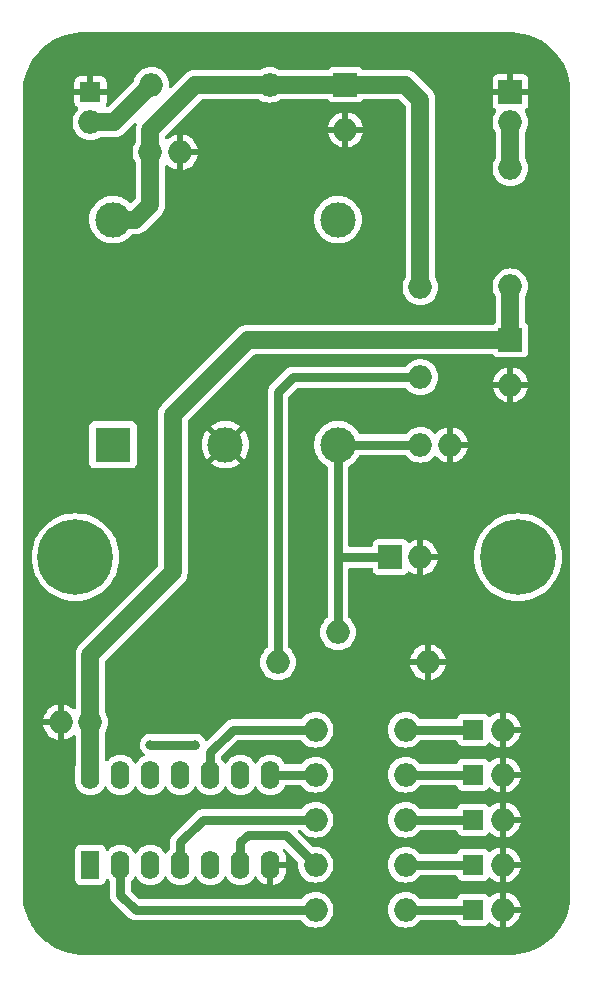
<source format=gbr>
%TF.GenerationSoftware,KiCad,Pcbnew,8.0.1*%
%TF.CreationDate,2024-04-07T15:16:41+02:00*%
%TF.ProjectId,fy6900-ocxo,66793639-3030-42d6-9f63-786f2e6b6963,rev?*%
%TF.SameCoordinates,Original*%
%TF.FileFunction,Copper,L2,Bot*%
%TF.FilePolarity,Positive*%
%FSLAX46Y46*%
G04 Gerber Fmt 4.6, Leading zero omitted, Abs format (unit mm)*
G04 Created by KiCad (PCBNEW 8.0.1) date 2024-04-07 15:16:41*
%MOMM*%
%LPD*%
G01*
G04 APERTURE LIST*
%TA.AperFunction,ComponentPad*%
%ADD10O,2.000000X2.000000*%
%TD*%
%TA.AperFunction,ComponentPad*%
%ADD11R,1.700000X1.700000*%
%TD*%
%TA.AperFunction,ComponentPad*%
%ADD12R,3.000000X3.000000*%
%TD*%
%TA.AperFunction,ComponentPad*%
%ADD13C,3.000000*%
%TD*%
%TA.AperFunction,ComponentPad*%
%ADD14R,2.000000X2.000000*%
%TD*%
%TA.AperFunction,ComponentPad*%
%ADD15C,6.400000*%
%TD*%
%TA.AperFunction,ComponentPad*%
%ADD16R,1.600000X2.400000*%
%TD*%
%TA.AperFunction,ComponentPad*%
%ADD17O,1.600000X2.400000*%
%TD*%
%TA.AperFunction,ViaPad*%
%ADD18C,0.800000*%
%TD*%
%TA.AperFunction,Conductor*%
%ADD19C,1.500000*%
%TD*%
%TA.AperFunction,Conductor*%
%ADD20C,0.750000*%
%TD*%
G04 APERTURE END LIST*
D10*
%TO.P,C5,1*%
%TO.N,+5V*%
X118745000Y-80010000D03*
%TO.P,C5,2*%
%TO.N,GND*%
X121245000Y-80010000D03*
%TD*%
%TO.P,L1,1,1*%
%TO.N,Net-(J1-Pad2)*%
X118825000Y-74295000D03*
%TO.P,L1,2,2*%
%TO.N,+5V*%
X128825000Y-74295000D03*
%TD*%
%TO.P,R5,1*%
%TO.N,Net-(R5-Pad1)*%
X132720000Y-128905000D03*
%TO.P,R5,2*%
%TO.N,Net-(J5-Pad1)*%
X140340000Y-128905000D03*
%TD*%
%TO.P,R6,1*%
%TO.N,Net-(R6-Pad1)*%
X132720000Y-144145000D03*
%TO.P,R6,2*%
%TO.N,Net-(J6-Pad1)*%
X140340000Y-144145000D03*
%TD*%
%TO.P,RV1,1,1*%
%TO.N,GND*%
X142240000Y-123190000D03*
%TO.P,RV1,2,2*%
%TO.N,Net-(C2-Pad1)*%
X134620000Y-120650000D03*
%TO.P,RV1,3,3*%
%TO.N,Net-(R1-Pad2)*%
X129540000Y-123190000D03*
%TD*%
D11*
%TO.P,J5,1,Pin_1*%
%TO.N,Net-(J5-Pad1)*%
X146050000Y-128905000D03*
D10*
%TO.P,J5,2,Pin_2*%
%TO.N,GND*%
X148590000Y-128905000D03*
%TD*%
D11*
%TO.P,J1,1,Pin_1*%
%TO.N,GND*%
X113665000Y-74930000D03*
D10*
%TO.P,J1,2,Pin_2*%
%TO.N,Net-(J1-Pad2)*%
X113665000Y-77470000D03*
%TD*%
%TO.P,R3,1*%
%TO.N,Net-(R3-Pad1)*%
X132720000Y-140335000D03*
%TO.P,R3,2*%
%TO.N,Net-(J3-Pad1)*%
X140340000Y-140335000D03*
%TD*%
%TO.P,C3,1*%
%TO.N,Net-(C2-Pad1)*%
X141605000Y-104775000D03*
%TO.P,C3,2*%
%TO.N,GND*%
X144105000Y-104775000D03*
%TD*%
D11*
%TO.P,J2,1,Pin_1*%
%TO.N,Net-(J2-Pad1)*%
X146050000Y-136525000D03*
D10*
%TO.P,J2,2,Pin_2*%
%TO.N,GND*%
X148590000Y-136525000D03*
%TD*%
D11*
%TO.P,J4,1,Pin_1*%
%TO.N,Net-(J4-Pad1)*%
X146045000Y-132715000D03*
D10*
%TO.P,J4,2,Pin_2*%
%TO.N,GND*%
X148585000Y-132715000D03*
%TD*%
D12*
%TO.P,X1,1,RFOut*%
%TO.N,Net-(U1-Pad13)*%
X115570000Y-104775000D03*
D13*
%TO.P,X1,2,GND*%
%TO.N,GND*%
X125095000Y-104775000D03*
%TO.P,X1,3,FEC*%
%TO.N,Net-(C2-Pad1)*%
X134620000Y-104775000D03*
%TO.P,X1,4,REF*%
%TO.N,unconnected-(X1-Pad4)*%
X134620000Y-85725000D03*
%TO.P,X1,5,Vs*%
%TO.N,+5V*%
X115570000Y-85725000D03*
%TD*%
D14*
%TO.P,C2,1*%
%TO.N,Net-(C2-Pad1)*%
X139065000Y-114300000D03*
D10*
%TO.P,C2,2*%
%TO.N,GND*%
X141565000Y-114300000D03*
%TD*%
D14*
%TO.P,J7,1,Pin_1*%
%TO.N,GND*%
X149225000Y-74930000D03*
D10*
%TO.P,J7,2,Pin_2*%
%TO.N,Net-(J7-Pad2)*%
X149225000Y-77470000D03*
%TD*%
%TO.P,C1,1*%
%TO.N,+3V3*%
X113665000Y-128270000D03*
%TO.P,C1,2*%
%TO.N,GND*%
X111165000Y-128270000D03*
%TD*%
D15*
%TO.P,REF\u002A\u002A,1*%
%TO.N,N/C*%
X149860000Y-114300000D03*
%TD*%
D10*
%TO.P,R4,1*%
%TO.N,Net-(R4-Pad1)*%
X132720000Y-132715000D03*
%TO.P,R4,2*%
%TO.N,Net-(J4-Pad1)*%
X140340000Y-132715000D03*
%TD*%
D14*
%TO.P,C4,1*%
%TO.N,+5V*%
X135255000Y-74295000D03*
D10*
%TO.P,C4,2*%
%TO.N,GND*%
X135255000Y-78095000D03*
%TD*%
D14*
%TO.P,C6,1*%
%TO.N,+3V3*%
X149225000Y-95885000D03*
D10*
%TO.P,C6,2*%
%TO.N,GND*%
X149225000Y-99685000D03*
%TD*%
%TO.P,R2,1*%
%TO.N,Net-(R2-Pad1)*%
X132720000Y-136525000D03*
%TO.P,R2,2*%
%TO.N,Net-(J2-Pad1)*%
X140340000Y-136525000D03*
%TD*%
%TO.P,R1,1*%
%TO.N,+5V*%
X141605000Y-91440000D03*
%TO.P,R1,2*%
%TO.N,Net-(R1-Pad2)*%
X141605000Y-99060000D03*
%TD*%
D11*
%TO.P,J3,1,Pin_1*%
%TO.N,Net-(J3-Pad1)*%
X146050000Y-140335000D03*
D10*
%TO.P,J3,2,Pin_2*%
%TO.N,GND*%
X148590000Y-140335000D03*
%TD*%
D16*
%TO.P,U1,1*%
%TO.N,Net-(JP4-Pad2)*%
X113665000Y-140350000D03*
D17*
%TO.P,U1,2*%
%TO.N,Net-(R6-Pad1)*%
X116205000Y-140350000D03*
%TO.P,U1,3*%
%TO.N,Net-(JP1-Pad3)*%
X118745000Y-140350000D03*
%TO.P,U1,4*%
%TO.N,Net-(R2-Pad1)*%
X121285000Y-140350000D03*
%TO.P,U1,5*%
%TO.N,Net-(JP1-Pad2)*%
X123825000Y-140350000D03*
%TO.P,U1,6*%
%TO.N,Net-(R3-Pad1)*%
X126365000Y-140350000D03*
%TO.P,U1,7,GND*%
%TO.N,GND*%
X128905000Y-140350000D03*
%TO.P,U1,8*%
%TO.N,Net-(R4-Pad1)*%
X128905000Y-132730000D03*
%TO.P,U1,9*%
%TO.N,Net-(JP2-Pad2)*%
X126365000Y-132730000D03*
%TO.P,U1,10*%
%TO.N,Net-(R5-Pad1)*%
X123825000Y-132730000D03*
%TO.P,U1,11*%
%TO.N,Net-(JP3-Pad2)*%
X121285000Y-132730000D03*
%TO.P,U1,12*%
%TO.N,Net-(JP1-Pad3)*%
X118745000Y-132730000D03*
%TO.P,U1,13*%
%TO.N,Net-(U1-Pad13)*%
X116205000Y-132730000D03*
%TO.P,U1,14,VCC*%
%TO.N,+3V3*%
X113665000Y-132730000D03*
%TD*%
D10*
%TO.P,L2,1,1*%
%TO.N,Net-(J7-Pad2)*%
X149225000Y-81360000D03*
%TO.P,L2,2,2*%
%TO.N,+3V3*%
X149225000Y-91360000D03*
%TD*%
D11*
%TO.P,J6,1,Pin_1*%
%TO.N,Net-(J6-Pad1)*%
X146050000Y-144145000D03*
D10*
%TO.P,J6,2,Pin_2*%
%TO.N,GND*%
X148590000Y-144145000D03*
%TD*%
D15*
%TO.P,REF\u002A\u002A,1*%
%TO.N,N/C*%
X112395000Y-114300000D03*
%TD*%
D18*
%TO.N,Net-(JP1-Pad3)*%
X118745000Y-130175000D03*
X122555000Y-130175000D03*
%TD*%
D19*
%TO.N,+5V*%
X118745000Y-80010000D02*
X118745000Y-78105000D01*
X128825000Y-74295000D02*
X135255000Y-74295000D01*
X118745000Y-78105000D02*
X122555000Y-74295000D01*
X141605000Y-75565000D02*
X141605000Y-91440000D01*
X135255000Y-74295000D02*
X140335000Y-74295000D01*
X115570000Y-85725000D02*
X117475000Y-85725000D01*
X117475000Y-85725000D02*
X118745000Y-84455000D01*
X118745000Y-84455000D02*
X118745000Y-80010000D01*
X140335000Y-74295000D02*
X141605000Y-75565000D01*
X122555000Y-74295000D02*
X128825000Y-74295000D01*
D20*
%TO.N,Net-(C2-Pad1)*%
X139065000Y-114300000D02*
X134620000Y-114300000D01*
X134620000Y-104775000D02*
X134620000Y-113665000D01*
X141605000Y-104775000D02*
X134620000Y-104775000D01*
X134620000Y-113665000D02*
X134620000Y-114300000D01*
X134620000Y-114300000D02*
X134620000Y-120650000D01*
D19*
%TO.N,Net-(J1-Pad2)*%
X115650000Y-77470000D02*
X118825000Y-74295000D01*
X113665000Y-77470000D02*
X115650000Y-77470000D01*
D20*
%TO.N,Net-(J2-Pad1)*%
X140340000Y-136525000D02*
X146050000Y-136525000D01*
%TO.N,Net-(J3-Pad1)*%
X140340000Y-140335000D02*
X146050000Y-140335000D01*
%TO.N,Net-(J4-Pad1)*%
X140340000Y-132715000D02*
X146045000Y-132715000D01*
%TO.N,Net-(J5-Pad1)*%
X140340000Y-128905000D02*
X146050000Y-128905000D01*
%TO.N,Net-(JP1-Pad3)*%
X118745000Y-130175000D02*
X122555000Y-130175000D01*
%TO.N,Net-(R1-Pad2)*%
X130810000Y-99060000D02*
X141605000Y-99060000D01*
X129540000Y-100330000D02*
X130810000Y-99060000D01*
X129540000Y-123190000D02*
X129540000Y-100330000D01*
%TO.N,Net-(R2-Pad1)*%
X121285000Y-138435000D02*
X123195000Y-136525000D01*
X121285000Y-140350000D02*
X121285000Y-138435000D01*
X123195000Y-136525000D02*
X132720000Y-136525000D01*
%TO.N,Net-(R3-Pad1)*%
X126365000Y-138435000D02*
X126365000Y-140350000D01*
X132720000Y-140335000D02*
X130180000Y-137795000D01*
X127005000Y-137795000D02*
X126365000Y-138435000D01*
X130180000Y-137795000D02*
X127005000Y-137795000D01*
%TO.N,Net-(R4-Pad1)*%
X128905000Y-132730000D02*
X132705000Y-132730000D01*
X132705000Y-132730000D02*
X132720000Y-132715000D01*
%TO.N,Net-(R5-Pad1)*%
X125735000Y-128905000D02*
X132720000Y-128905000D01*
X123825000Y-132730000D02*
X123825000Y-130815000D01*
X123825000Y-130815000D02*
X125735000Y-128905000D01*
D19*
%TO.N,+3V3*%
X120650000Y-115570000D02*
X118745000Y-117475000D01*
X113650000Y-132715000D02*
X113665000Y-132730000D01*
X118740000Y-117480000D02*
X113665000Y-122555000D01*
X127000000Y-95885000D02*
X120650000Y-102235000D01*
X113665000Y-122555000D02*
X113665000Y-128270000D01*
X149225000Y-91360000D02*
X149225000Y-95885000D01*
X120650000Y-102235000D02*
X120650000Y-115570000D01*
X149225000Y-95885000D02*
X127000000Y-95885000D01*
X113665000Y-132730000D02*
X113665000Y-128270000D01*
D20*
%TO.N,Net-(J6-Pad1)*%
X140340000Y-144145000D02*
X146050000Y-144145000D01*
%TO.N,Net-(R6-Pad1)*%
X132720000Y-144145000D02*
X117480000Y-144145000D01*
X117480000Y-144145000D02*
X116205000Y-142870000D01*
X116205000Y-140350000D02*
X116205000Y-142870000D01*
D19*
%TO.N,Net-(J7-Pad2)*%
X149225000Y-77470000D02*
X149225000Y-81360000D01*
%TD*%
%TA.AperFunction,Conductor*%
%TO.N,GND*%
G36*
X149225641Y-69850007D02*
G01*
X149230356Y-69850058D01*
X149441891Y-69852364D01*
X149451473Y-69852835D01*
X149882927Y-69890583D01*
X149893793Y-69892013D01*
X150319633Y-69967101D01*
X150330336Y-69969474D01*
X150745438Y-70080699D01*
X150748006Y-70081388D01*
X150758490Y-70084694D01*
X151164787Y-70232574D01*
X151174930Y-70236774D01*
X151433124Y-70357172D01*
X151566818Y-70419515D01*
X151576568Y-70424591D01*
X151951027Y-70640785D01*
X151960274Y-70646675D01*
X152314474Y-70894689D01*
X152323194Y-70901380D01*
X152654425Y-71179316D01*
X152662529Y-71186743D01*
X152968256Y-71492470D01*
X152975683Y-71500574D01*
X153253619Y-71831805D01*
X153260310Y-71840525D01*
X153508316Y-72194713D01*
X153514222Y-72203984D01*
X153730408Y-72578431D01*
X153735484Y-72588181D01*
X153918222Y-72980063D01*
X153922428Y-72990219D01*
X154070305Y-73396510D01*
X154073611Y-73406993D01*
X154185522Y-73824649D01*
X154187901Y-73835380D01*
X154262983Y-74261190D01*
X154264418Y-74272088D01*
X154302163Y-74703512D01*
X154302635Y-74713120D01*
X154304993Y-74929357D01*
X154305000Y-74930731D01*
X154305000Y-142874268D01*
X154304993Y-142875642D01*
X154302635Y-143091879D01*
X154302163Y-143101487D01*
X154264418Y-143532911D01*
X154262983Y-143543809D01*
X154187901Y-143969619D01*
X154185522Y-143980350D01*
X154073611Y-144398006D01*
X154070305Y-144408489D01*
X153922428Y-144814780D01*
X153918222Y-144824936D01*
X153735484Y-145216818D01*
X153730408Y-145226568D01*
X153514222Y-145601015D01*
X153508316Y-145610286D01*
X153260310Y-145964474D01*
X153253619Y-145973194D01*
X152975683Y-146304425D01*
X152968256Y-146312529D01*
X152662529Y-146618256D01*
X152654425Y-146625683D01*
X152323194Y-146903619D01*
X152314474Y-146910310D01*
X151960286Y-147158316D01*
X151951015Y-147164222D01*
X151576568Y-147380408D01*
X151566818Y-147385484D01*
X151174936Y-147568222D01*
X151164780Y-147572428D01*
X150758489Y-147720305D01*
X150748006Y-147723611D01*
X150330350Y-147835522D01*
X150319619Y-147837901D01*
X149893809Y-147912983D01*
X149882911Y-147914418D01*
X149451487Y-147952163D01*
X149441879Y-147952635D01*
X149225642Y-147954993D01*
X149224268Y-147955000D01*
X113030732Y-147955000D01*
X113029358Y-147954993D01*
X112813120Y-147952635D01*
X112803512Y-147952163D01*
X112372088Y-147914418D01*
X112361190Y-147912983D01*
X111935380Y-147837901D01*
X111924649Y-147835522D01*
X111506993Y-147723611D01*
X111496510Y-147720305D01*
X111090219Y-147572428D01*
X111080063Y-147568222D01*
X110688181Y-147385484D01*
X110678431Y-147380408D01*
X110439379Y-147242392D01*
X110303978Y-147164218D01*
X110294719Y-147158320D01*
X109940525Y-146910310D01*
X109931805Y-146903619D01*
X109600574Y-146625683D01*
X109592470Y-146618256D01*
X109286743Y-146312529D01*
X109279316Y-146304425D01*
X109001380Y-145973194D01*
X108994689Y-145964474D01*
X108767163Y-145639534D01*
X108746675Y-145610274D01*
X108740785Y-145601027D01*
X108524591Y-145226568D01*
X108519515Y-145216818D01*
X108384812Y-144927947D01*
X108336774Y-144824930D01*
X108332571Y-144814780D01*
X108184694Y-144408489D01*
X108181388Y-144398006D01*
X108180699Y-144395438D01*
X108069474Y-143980336D01*
X108067101Y-143969633D01*
X107992013Y-143543793D01*
X107990583Y-143532927D01*
X107952835Y-143101473D01*
X107952364Y-143091891D01*
X107950007Y-142875641D01*
X107950000Y-142874268D01*
X107950000Y-141598649D01*
X112356500Y-141598649D01*
X112363009Y-141659196D01*
X112363011Y-141659204D01*
X112414110Y-141796202D01*
X112414112Y-141796207D01*
X112501738Y-141913261D01*
X112618792Y-142000887D01*
X112618794Y-142000888D01*
X112618796Y-142000889D01*
X112677875Y-142022924D01*
X112755795Y-142051988D01*
X112755803Y-142051990D01*
X112816350Y-142058499D01*
X112816355Y-142058499D01*
X112816362Y-142058500D01*
X112816368Y-142058500D01*
X114513632Y-142058500D01*
X114513638Y-142058500D01*
X114513645Y-142058499D01*
X114513649Y-142058499D01*
X114574196Y-142051990D01*
X114574199Y-142051989D01*
X114574201Y-142051989D01*
X114711204Y-142000889D01*
X114762923Y-141962173D01*
X114828261Y-141913261D01*
X114915887Y-141796207D01*
X114915887Y-141796206D01*
X114915889Y-141796204D01*
X114966989Y-141659201D01*
X114968272Y-141647271D01*
X114995439Y-141581678D01*
X115053756Y-141541186D01*
X115124708Y-141538650D01*
X115185767Y-141574876D01*
X115195480Y-141586668D01*
X115206932Y-141602430D01*
X115284596Y-141680094D01*
X115318620Y-141742404D01*
X115321500Y-141769188D01*
X115321500Y-142957020D01*
X115344974Y-143075030D01*
X115355452Y-143127708D01*
X115422052Y-143288495D01*
X115486657Y-143385183D01*
X115518740Y-143433198D01*
X115518745Y-143433204D01*
X116916793Y-144831252D01*
X116916797Y-144831255D01*
X116916801Y-144831259D01*
X117013490Y-144895864D01*
X117061506Y-144927948D01*
X117155692Y-144966961D01*
X117155693Y-144966962D01*
X117222292Y-144994548D01*
X117250613Y-145000181D01*
X117250616Y-145000181D01*
X117392983Y-145028500D01*
X131432685Y-145028500D01*
X131500806Y-145048502D01*
X131528496Y-145072670D01*
X131650030Y-145214969D01*
X131830105Y-145368767D01*
X131830584Y-145369176D01*
X132033037Y-145493240D01*
X132252406Y-145584105D01*
X132483289Y-145639535D01*
X132720000Y-145658165D01*
X132956711Y-145639535D01*
X133187594Y-145584105D01*
X133406963Y-145493240D01*
X133609416Y-145369176D01*
X133789969Y-145214969D01*
X133944176Y-145034416D01*
X134068240Y-144831963D01*
X134159105Y-144612594D01*
X134214535Y-144381711D01*
X134233165Y-144145000D01*
X138826835Y-144145000D01*
X138845465Y-144381710D01*
X138900894Y-144612592D01*
X138984643Y-144814780D01*
X138991760Y-144831963D01*
X139115483Y-145033860D01*
X139115825Y-145034417D01*
X139115826Y-145034419D01*
X139270030Y-145214969D01*
X139450105Y-145368767D01*
X139450584Y-145369176D01*
X139653037Y-145493240D01*
X139872406Y-145584105D01*
X140103289Y-145639535D01*
X140340000Y-145658165D01*
X140576711Y-145639535D01*
X140807594Y-145584105D01*
X141026963Y-145493240D01*
X141229416Y-145369176D01*
X141409969Y-145214969D01*
X141531504Y-145072670D01*
X141590954Y-145033860D01*
X141627315Y-145028500D01*
X144582293Y-145028500D01*
X144650414Y-145048502D01*
X144696907Y-145102158D01*
X144700340Y-145110445D01*
X144749111Y-145241204D01*
X144749112Y-145241205D01*
X144749113Y-145241208D01*
X144836738Y-145358261D01*
X144953792Y-145445887D01*
X144953794Y-145445888D01*
X144953796Y-145445889D01*
X145012875Y-145467924D01*
X145090795Y-145496988D01*
X145090803Y-145496990D01*
X145151350Y-145503499D01*
X145151355Y-145503499D01*
X145151362Y-145503500D01*
X145151368Y-145503500D01*
X146948632Y-145503500D01*
X146948638Y-145503500D01*
X146948645Y-145503499D01*
X146948649Y-145503499D01*
X147009196Y-145496990D01*
X147009199Y-145496989D01*
X147009201Y-145496989D01*
X147019253Y-145493240D01*
X147028045Y-145489960D01*
X147146204Y-145445889D01*
X147263261Y-145358261D01*
X147348614Y-145244242D01*
X147405446Y-145201700D01*
X147476262Y-145196634D01*
X147531309Y-145223944D01*
X147700875Y-145368767D01*
X147700877Y-145368768D01*
X147903266Y-145492793D01*
X148122562Y-145583628D01*
X148336000Y-145634869D01*
X148336000Y-144575702D01*
X148397007Y-144610925D01*
X148524174Y-144645000D01*
X148655826Y-144645000D01*
X148782993Y-144610925D01*
X148844000Y-144575702D01*
X148844000Y-145634868D01*
X149057437Y-145583628D01*
X149276733Y-145492793D01*
X149479122Y-145368768D01*
X149479124Y-145368767D01*
X149659614Y-145214614D01*
X149813767Y-145034124D01*
X149813768Y-145034122D01*
X149937793Y-144831733D01*
X150028628Y-144612435D01*
X150028630Y-144612429D01*
X150079872Y-144399000D01*
X149020703Y-144399000D01*
X149055925Y-144337993D01*
X149090000Y-144210826D01*
X149090000Y-144079174D01*
X149055925Y-143952007D01*
X149020703Y-143891000D01*
X150079871Y-143891000D01*
X150028630Y-143677570D01*
X150028628Y-143677564D01*
X149937793Y-143458266D01*
X149813768Y-143255877D01*
X149813767Y-143255875D01*
X149659614Y-143075385D01*
X149479124Y-142921232D01*
X149479122Y-142921231D01*
X149276733Y-142797206D01*
X149057435Y-142706371D01*
X149057429Y-142706369D01*
X148844000Y-142655128D01*
X148844000Y-143714297D01*
X148782993Y-143679075D01*
X148655826Y-143645000D01*
X148524174Y-143645000D01*
X148397007Y-143679075D01*
X148336000Y-143714297D01*
X148336000Y-142655128D01*
X148122570Y-142706369D01*
X148122564Y-142706371D01*
X147903266Y-142797206D01*
X147700877Y-142921231D01*
X147700875Y-142921232D01*
X147531309Y-143066055D01*
X147466519Y-143095086D01*
X147396319Y-143084481D01*
X147348611Y-143045753D01*
X147263261Y-142931738D01*
X147146207Y-142844112D01*
X147146202Y-142844110D01*
X147009204Y-142793011D01*
X147009196Y-142793009D01*
X146948649Y-142786500D01*
X146948638Y-142786500D01*
X145151362Y-142786500D01*
X145151350Y-142786500D01*
X145090803Y-142793009D01*
X145090795Y-142793011D01*
X144953797Y-142844110D01*
X144953792Y-142844112D01*
X144836738Y-142931738D01*
X144749113Y-143048791D01*
X144749111Y-143048795D01*
X144749111Y-143048796D01*
X144700347Y-143179535D01*
X144657802Y-143236368D01*
X144591281Y-143261179D01*
X144582293Y-143261500D01*
X141627315Y-143261500D01*
X141559194Y-143241498D01*
X141531504Y-143217330D01*
X141409969Y-143075030D01*
X141229419Y-142920826D01*
X141229417Y-142920825D01*
X141229416Y-142920824D01*
X141026963Y-142796760D01*
X141017908Y-142793009D01*
X140807592Y-142705894D01*
X140649651Y-142667976D01*
X140576711Y-142650465D01*
X140340000Y-142631835D01*
X140103289Y-142650465D01*
X139872407Y-142705894D01*
X139653038Y-142796759D01*
X139450582Y-142920825D01*
X139450580Y-142920826D01*
X139270030Y-143075030D01*
X139115826Y-143255580D01*
X139115825Y-143255582D01*
X138991759Y-143458038D01*
X138900894Y-143677407D01*
X138845465Y-143908289D01*
X138826835Y-144145000D01*
X134233165Y-144145000D01*
X134214535Y-143908289D01*
X134159105Y-143677406D01*
X134068240Y-143458037D01*
X133944176Y-143255584D01*
X133936300Y-143246362D01*
X133789969Y-143075030D01*
X133609419Y-142920826D01*
X133609417Y-142920825D01*
X133609416Y-142920824D01*
X133406963Y-142796760D01*
X133397908Y-142793009D01*
X133187592Y-142705894D01*
X133029651Y-142667976D01*
X132956711Y-142650465D01*
X132720000Y-142631835D01*
X132483289Y-142650465D01*
X132252407Y-142705894D01*
X132033038Y-142796759D01*
X131830582Y-142920825D01*
X131830580Y-142920826D01*
X131650030Y-143075030D01*
X131528496Y-143217330D01*
X131469046Y-143256140D01*
X131432685Y-143261500D01*
X117898148Y-143261500D01*
X117830027Y-143241498D01*
X117809053Y-143224595D01*
X117125405Y-142540947D01*
X117091379Y-142478635D01*
X117088500Y-142451852D01*
X117088500Y-141769188D01*
X117108502Y-141701067D01*
X117125400Y-141680097D01*
X117203068Y-141602430D01*
X117324129Y-141435803D01*
X117362734Y-141360034D01*
X117411481Y-141308422D01*
X117480396Y-141291356D01*
X117547598Y-141314257D01*
X117587264Y-141360034D01*
X117625871Y-141435803D01*
X117746932Y-141602430D01*
X117746934Y-141602432D01*
X117746936Y-141602435D01*
X117892564Y-141748063D01*
X117892567Y-141748065D01*
X117892570Y-141748068D01*
X118059197Y-141869129D01*
X118242710Y-141962634D01*
X118438592Y-142026280D01*
X118642019Y-142058500D01*
X118642022Y-142058500D01*
X118847978Y-142058500D01*
X118847981Y-142058500D01*
X119051408Y-142026280D01*
X119247290Y-141962634D01*
X119430803Y-141869129D01*
X119597430Y-141748068D01*
X119743068Y-141602430D01*
X119864129Y-141435803D01*
X119902734Y-141360034D01*
X119951481Y-141308422D01*
X120020396Y-141291356D01*
X120087598Y-141314257D01*
X120127264Y-141360034D01*
X120165871Y-141435803D01*
X120286932Y-141602430D01*
X120286934Y-141602432D01*
X120286936Y-141602435D01*
X120432564Y-141748063D01*
X120432567Y-141748065D01*
X120432570Y-141748068D01*
X120599197Y-141869129D01*
X120782710Y-141962634D01*
X120978592Y-142026280D01*
X121182019Y-142058500D01*
X121182022Y-142058500D01*
X121387978Y-142058500D01*
X121387981Y-142058500D01*
X121591408Y-142026280D01*
X121787290Y-141962634D01*
X121970803Y-141869129D01*
X122137430Y-141748068D01*
X122283068Y-141602430D01*
X122404129Y-141435803D01*
X122442734Y-141360034D01*
X122491481Y-141308422D01*
X122560396Y-141291356D01*
X122627598Y-141314257D01*
X122667264Y-141360034D01*
X122705871Y-141435803D01*
X122826932Y-141602430D01*
X122826934Y-141602432D01*
X122826936Y-141602435D01*
X122972564Y-141748063D01*
X122972567Y-141748065D01*
X122972570Y-141748068D01*
X123139197Y-141869129D01*
X123322710Y-141962634D01*
X123518592Y-142026280D01*
X123722019Y-142058500D01*
X123722022Y-142058500D01*
X123927978Y-142058500D01*
X123927981Y-142058500D01*
X124131408Y-142026280D01*
X124327290Y-141962634D01*
X124510803Y-141869129D01*
X124677430Y-141748068D01*
X124823068Y-141602430D01*
X124944129Y-141435803D01*
X124982734Y-141360034D01*
X125031481Y-141308422D01*
X125100396Y-141291356D01*
X125167598Y-141314257D01*
X125207264Y-141360034D01*
X125245871Y-141435803D01*
X125366932Y-141602430D01*
X125366934Y-141602432D01*
X125366936Y-141602435D01*
X125512564Y-141748063D01*
X125512567Y-141748065D01*
X125512570Y-141748068D01*
X125679197Y-141869129D01*
X125862710Y-141962634D01*
X126058592Y-142026280D01*
X126262019Y-142058500D01*
X126262022Y-142058500D01*
X126467978Y-142058500D01*
X126467981Y-142058500D01*
X126671408Y-142026280D01*
X126867290Y-141962634D01*
X127050803Y-141869129D01*
X127217430Y-141748068D01*
X127363068Y-141602430D01*
X127484129Y-141435803D01*
X127523014Y-141359486D01*
X127571759Y-141307874D01*
X127640674Y-141290807D01*
X127707876Y-141313707D01*
X127747545Y-141359487D01*
X127786298Y-141435542D01*
X127907315Y-141602107D01*
X127907317Y-141602110D01*
X128052889Y-141747682D01*
X128052892Y-141747684D01*
X128219454Y-141868699D01*
X128402900Y-141962170D01*
X128402906Y-141962173D01*
X128598705Y-142025791D01*
X128598717Y-142025794D01*
X128650999Y-142034074D01*
X128651000Y-142034074D01*
X128651000Y-140661686D01*
X128659394Y-140670080D01*
X128750606Y-140722741D01*
X128852339Y-140750000D01*
X128957661Y-140750000D01*
X129059394Y-140722741D01*
X129150606Y-140670080D01*
X129159000Y-140661686D01*
X129159000Y-142034074D01*
X129211282Y-142025794D01*
X129211294Y-142025791D01*
X129407093Y-141962173D01*
X129407099Y-141962170D01*
X129590545Y-141868699D01*
X129757107Y-141747684D01*
X129757110Y-141747682D01*
X129902682Y-141602110D01*
X129902684Y-141602107D01*
X130023699Y-141435545D01*
X130117170Y-141252099D01*
X130117173Y-141252093D01*
X130180791Y-141056296D01*
X130213000Y-140852938D01*
X130213000Y-140604000D01*
X129216686Y-140604000D01*
X129225080Y-140595606D01*
X129277741Y-140504394D01*
X129305000Y-140402661D01*
X129305000Y-140297339D01*
X129277741Y-140195606D01*
X129225080Y-140104394D01*
X129216686Y-140096000D01*
X130213000Y-140096000D01*
X130213000Y-139847061D01*
X130180791Y-139643703D01*
X130117173Y-139447906D01*
X130117170Y-139447900D01*
X130023699Y-139264454D01*
X129964956Y-139183601D01*
X129941098Y-139116733D01*
X129957178Y-139047582D01*
X130008092Y-138998102D01*
X130077674Y-138984002D01*
X130143834Y-139009760D01*
X130155987Y-139020445D01*
X131185001Y-140049459D01*
X131219027Y-140111771D01*
X131221518Y-140148440D01*
X131206835Y-140334999D01*
X131225465Y-140571710D01*
X131280894Y-140802592D01*
X131280895Y-140802594D01*
X131371760Y-141021963D01*
X131495483Y-141223860D01*
X131495825Y-141224417D01*
X131495826Y-141224419D01*
X131650030Y-141404969D01*
X131830105Y-141558767D01*
X131830584Y-141559176D01*
X132033037Y-141683240D01*
X132252406Y-141774105D01*
X132483289Y-141829535D01*
X132720000Y-141848165D01*
X132956711Y-141829535D01*
X133187594Y-141774105D01*
X133406963Y-141683240D01*
X133609416Y-141559176D01*
X133789969Y-141404969D01*
X133944176Y-141224416D01*
X134068240Y-141021963D01*
X134159105Y-140802594D01*
X134214535Y-140571711D01*
X134233165Y-140335000D01*
X138826835Y-140335000D01*
X138845465Y-140571710D01*
X138900894Y-140802592D01*
X138900895Y-140802594D01*
X138991760Y-141021963D01*
X139115483Y-141223860D01*
X139115825Y-141224417D01*
X139115826Y-141224419D01*
X139270030Y-141404969D01*
X139450105Y-141558767D01*
X139450584Y-141559176D01*
X139653037Y-141683240D01*
X139872406Y-141774105D01*
X140103289Y-141829535D01*
X140340000Y-141848165D01*
X140576711Y-141829535D01*
X140807594Y-141774105D01*
X141026963Y-141683240D01*
X141229416Y-141559176D01*
X141409969Y-141404969D01*
X141531504Y-141262670D01*
X141590954Y-141223860D01*
X141627315Y-141218500D01*
X144582293Y-141218500D01*
X144650414Y-141238502D01*
X144696907Y-141292158D01*
X144700340Y-141300445D01*
X144749111Y-141431204D01*
X144749112Y-141431205D01*
X144749113Y-141431208D01*
X144836738Y-141548261D01*
X144953792Y-141635887D01*
X144953794Y-141635888D01*
X144953796Y-141635889D01*
X144984312Y-141647271D01*
X145090795Y-141686988D01*
X145090803Y-141686990D01*
X145151350Y-141693499D01*
X145151355Y-141693499D01*
X145151362Y-141693500D01*
X145151368Y-141693500D01*
X146948632Y-141693500D01*
X146948638Y-141693500D01*
X146948645Y-141693499D01*
X146948649Y-141693499D01*
X147009196Y-141686990D01*
X147009199Y-141686989D01*
X147009201Y-141686989D01*
X147019253Y-141683240D01*
X147028045Y-141679960D01*
X147146204Y-141635889D01*
X147263261Y-141548261D01*
X147348614Y-141434242D01*
X147405446Y-141391700D01*
X147476262Y-141386634D01*
X147531309Y-141413944D01*
X147700875Y-141558767D01*
X147700877Y-141558768D01*
X147903266Y-141682793D01*
X148122562Y-141773628D01*
X148336000Y-141824869D01*
X148336000Y-140765702D01*
X148397007Y-140800925D01*
X148524174Y-140835000D01*
X148655826Y-140835000D01*
X148782993Y-140800925D01*
X148844000Y-140765702D01*
X148844000Y-141824868D01*
X149057437Y-141773628D01*
X149276733Y-141682793D01*
X149479122Y-141558768D01*
X149479124Y-141558767D01*
X149659614Y-141404614D01*
X149813767Y-141224124D01*
X149813768Y-141224122D01*
X149937793Y-141021733D01*
X150028628Y-140802435D01*
X150028630Y-140802429D01*
X150079872Y-140589000D01*
X149020703Y-140589000D01*
X149055925Y-140527993D01*
X149090000Y-140400826D01*
X149090000Y-140269174D01*
X149055925Y-140142007D01*
X149020703Y-140081000D01*
X150079871Y-140081000D01*
X150028630Y-139867570D01*
X150028628Y-139867564D01*
X149937793Y-139648266D01*
X149813768Y-139445877D01*
X149813767Y-139445875D01*
X149659614Y-139265385D01*
X149479124Y-139111232D01*
X149479122Y-139111231D01*
X149276733Y-138987206D01*
X149057435Y-138896371D01*
X149057429Y-138896369D01*
X148844000Y-138845128D01*
X148844000Y-139904297D01*
X148782993Y-139869075D01*
X148655826Y-139835000D01*
X148524174Y-139835000D01*
X148397007Y-139869075D01*
X148336000Y-139904297D01*
X148336000Y-138845128D01*
X148122570Y-138896369D01*
X148122564Y-138896371D01*
X147903266Y-138987206D01*
X147700877Y-139111231D01*
X147700875Y-139111232D01*
X147531309Y-139256055D01*
X147466519Y-139285086D01*
X147396319Y-139274481D01*
X147348611Y-139235753D01*
X147263261Y-139121738D01*
X147146207Y-139034112D01*
X147146202Y-139034110D01*
X147009204Y-138983011D01*
X147009196Y-138983009D01*
X146948649Y-138976500D01*
X146948638Y-138976500D01*
X145151362Y-138976500D01*
X145151350Y-138976500D01*
X145090803Y-138983009D01*
X145090795Y-138983011D01*
X144953797Y-139034110D01*
X144953792Y-139034112D01*
X144836738Y-139121738D01*
X144749113Y-139238791D01*
X144749111Y-139238795D01*
X144749111Y-139238796D01*
X144700347Y-139369535D01*
X144657802Y-139426368D01*
X144591281Y-139451179D01*
X144582293Y-139451500D01*
X141627315Y-139451500D01*
X141559194Y-139431498D01*
X141531504Y-139407330D01*
X141409969Y-139265030D01*
X141229419Y-139110826D01*
X141229417Y-139110825D01*
X141229416Y-139110824D01*
X141026963Y-138986760D01*
X141017908Y-138983009D01*
X140807592Y-138895894D01*
X140629535Y-138853147D01*
X140576711Y-138840465D01*
X140340000Y-138821835D01*
X140103289Y-138840465D01*
X139872407Y-138895894D01*
X139653038Y-138986759D01*
X139450582Y-139110825D01*
X139450580Y-139110826D01*
X139270030Y-139265030D01*
X139115826Y-139445580D01*
X139115825Y-139445582D01*
X138991759Y-139648038D01*
X138900894Y-139867407D01*
X138845465Y-140098289D01*
X138826835Y-140335000D01*
X134233165Y-140335000D01*
X134214535Y-140098289D01*
X134159105Y-139867406D01*
X134068240Y-139648037D01*
X133944176Y-139445584D01*
X133936300Y-139436362D01*
X133789969Y-139265030D01*
X133609419Y-139110826D01*
X133609417Y-139110825D01*
X133609416Y-139110824D01*
X133406963Y-138986760D01*
X133397908Y-138983009D01*
X133187592Y-138895894D01*
X133009535Y-138853147D01*
X132956711Y-138840465D01*
X132720000Y-138821835D01*
X132719999Y-138821835D01*
X132616073Y-138830014D01*
X132533439Y-138836517D01*
X132463960Y-138821922D01*
X132434459Y-138800001D01*
X131258053Y-137623595D01*
X131224027Y-137561283D01*
X131229092Y-137490468D01*
X131271639Y-137433632D01*
X131338159Y-137408821D01*
X131347148Y-137408500D01*
X131432685Y-137408500D01*
X131500806Y-137428502D01*
X131528496Y-137452670D01*
X131650030Y-137594969D01*
X131830105Y-137748767D01*
X131830584Y-137749176D01*
X132033037Y-137873240D01*
X132252406Y-137964105D01*
X132483289Y-138019535D01*
X132720000Y-138038165D01*
X132956711Y-138019535D01*
X133187594Y-137964105D01*
X133406963Y-137873240D01*
X133609416Y-137749176D01*
X133789969Y-137594969D01*
X133944176Y-137414416D01*
X134068240Y-137211963D01*
X134159105Y-136992594D01*
X134214535Y-136761711D01*
X134233165Y-136525000D01*
X138826835Y-136525000D01*
X138845465Y-136761710D01*
X138900894Y-136992592D01*
X138900895Y-136992594D01*
X138991760Y-137211963D01*
X139115483Y-137413860D01*
X139115825Y-137414417D01*
X139115826Y-137414419D01*
X139270030Y-137594969D01*
X139450105Y-137748767D01*
X139450584Y-137749176D01*
X139653037Y-137873240D01*
X139872406Y-137964105D01*
X140103289Y-138019535D01*
X140340000Y-138038165D01*
X140576711Y-138019535D01*
X140807594Y-137964105D01*
X141026963Y-137873240D01*
X141229416Y-137749176D01*
X141409969Y-137594969D01*
X141531504Y-137452670D01*
X141590954Y-137413860D01*
X141627315Y-137408500D01*
X144582293Y-137408500D01*
X144650414Y-137428502D01*
X144696907Y-137482158D01*
X144700340Y-137490445D01*
X144749111Y-137621204D01*
X144749112Y-137621205D01*
X144749113Y-137621208D01*
X144836738Y-137738261D01*
X144953792Y-137825887D01*
X144953794Y-137825888D01*
X144953796Y-137825889D01*
X145012875Y-137847924D01*
X145090795Y-137876988D01*
X145090803Y-137876990D01*
X145151350Y-137883499D01*
X145151355Y-137883499D01*
X145151362Y-137883500D01*
X145151368Y-137883500D01*
X146948632Y-137883500D01*
X146948638Y-137883500D01*
X146948645Y-137883499D01*
X146948649Y-137883499D01*
X147009196Y-137876990D01*
X147009199Y-137876989D01*
X147009201Y-137876989D01*
X147019253Y-137873240D01*
X147028045Y-137869960D01*
X147146204Y-137825889D01*
X147263261Y-137738261D01*
X147348614Y-137624242D01*
X147405446Y-137581700D01*
X147476262Y-137576634D01*
X147531309Y-137603944D01*
X147700875Y-137748767D01*
X147700877Y-137748768D01*
X147903266Y-137872793D01*
X148122562Y-137963628D01*
X148336000Y-138014869D01*
X148336000Y-136955702D01*
X148397007Y-136990925D01*
X148524174Y-137025000D01*
X148655826Y-137025000D01*
X148782993Y-136990925D01*
X148844000Y-136955702D01*
X148844000Y-138014868D01*
X149057437Y-137963628D01*
X149276733Y-137872793D01*
X149479122Y-137748768D01*
X149479124Y-137748767D01*
X149659614Y-137594614D01*
X149813767Y-137414124D01*
X149813768Y-137414122D01*
X149937793Y-137211733D01*
X150028628Y-136992435D01*
X150028630Y-136992429D01*
X150079872Y-136779000D01*
X149020703Y-136779000D01*
X149055925Y-136717993D01*
X149090000Y-136590826D01*
X149090000Y-136459174D01*
X149055925Y-136332007D01*
X149020703Y-136271000D01*
X150079871Y-136271000D01*
X150028630Y-136057570D01*
X150028628Y-136057564D01*
X149937793Y-135838266D01*
X149813768Y-135635877D01*
X149813767Y-135635875D01*
X149659614Y-135455385D01*
X149479124Y-135301232D01*
X149479122Y-135301231D01*
X149276733Y-135177206D01*
X149057435Y-135086371D01*
X149057429Y-135086369D01*
X148844000Y-135035128D01*
X148844000Y-136094297D01*
X148782993Y-136059075D01*
X148655826Y-136025000D01*
X148524174Y-136025000D01*
X148397007Y-136059075D01*
X148336000Y-136094297D01*
X148336000Y-135035128D01*
X148122570Y-135086369D01*
X148122564Y-135086371D01*
X147903266Y-135177206D01*
X147700877Y-135301231D01*
X147700875Y-135301232D01*
X147531309Y-135446055D01*
X147466519Y-135475086D01*
X147396319Y-135464481D01*
X147348611Y-135425753D01*
X147263261Y-135311738D01*
X147146207Y-135224112D01*
X147146202Y-135224110D01*
X147009204Y-135173011D01*
X147009196Y-135173009D01*
X146948649Y-135166500D01*
X146948638Y-135166500D01*
X145151362Y-135166500D01*
X145151350Y-135166500D01*
X145090803Y-135173009D01*
X145090795Y-135173011D01*
X144953797Y-135224110D01*
X144953792Y-135224112D01*
X144836738Y-135311738D01*
X144749113Y-135428791D01*
X144749111Y-135428795D01*
X144749111Y-135428796D01*
X144700347Y-135559535D01*
X144657802Y-135616368D01*
X144591281Y-135641179D01*
X144582293Y-135641500D01*
X141627315Y-135641500D01*
X141559194Y-135621498D01*
X141531504Y-135597330D01*
X141409969Y-135455030D01*
X141229419Y-135300826D01*
X141229417Y-135300825D01*
X141229416Y-135300824D01*
X141026963Y-135176760D01*
X141017908Y-135173009D01*
X140807592Y-135085894D01*
X140649651Y-135047976D01*
X140576711Y-135030465D01*
X140340000Y-135011835D01*
X140103289Y-135030465D01*
X139872407Y-135085894D01*
X139653038Y-135176759D01*
X139450582Y-135300825D01*
X139450580Y-135300826D01*
X139270030Y-135455030D01*
X139115826Y-135635580D01*
X139115825Y-135635582D01*
X138991759Y-135838038D01*
X138900894Y-136057407D01*
X138845465Y-136288289D01*
X138826835Y-136525000D01*
X134233165Y-136525000D01*
X134214535Y-136288289D01*
X134159105Y-136057406D01*
X134068240Y-135838037D01*
X133944176Y-135635584D01*
X133936300Y-135626362D01*
X133789969Y-135455030D01*
X133609419Y-135300826D01*
X133609417Y-135300825D01*
X133609416Y-135300824D01*
X133406963Y-135176760D01*
X133397908Y-135173009D01*
X133187592Y-135085894D01*
X133029651Y-135047976D01*
X132956711Y-135030465D01*
X132720000Y-135011835D01*
X132483289Y-135030465D01*
X132252407Y-135085894D01*
X132033038Y-135176759D01*
X131830582Y-135300825D01*
X131830580Y-135300826D01*
X131650030Y-135455030D01*
X131528496Y-135597330D01*
X131469046Y-135636140D01*
X131432685Y-135641500D01*
X123107979Y-135641500D01*
X122937291Y-135675452D01*
X122937286Y-135675454D01*
X122776505Y-135742051D01*
X122631798Y-135838743D01*
X122631796Y-135838745D01*
X120598745Y-137871795D01*
X120598740Y-137871801D01*
X120502052Y-138016504D01*
X120487058Y-138052706D01*
X120487057Y-138052708D01*
X120435454Y-138177287D01*
X120435452Y-138177292D01*
X120401500Y-138347980D01*
X120401500Y-138930811D01*
X120381498Y-138998932D01*
X120364595Y-139019906D01*
X120286936Y-139097564D01*
X120286934Y-139097567D01*
X120165873Y-139264193D01*
X120165871Y-139264197D01*
X120155228Y-139285086D01*
X120127267Y-139339962D01*
X120078518Y-139391577D01*
X120009603Y-139408643D01*
X119942402Y-139385742D01*
X119902733Y-139339962D01*
X119864129Y-139264197D01*
X119743068Y-139097570D01*
X119743065Y-139097567D01*
X119743063Y-139097564D01*
X119597435Y-138951936D01*
X119597432Y-138951934D01*
X119597430Y-138951932D01*
X119450426Y-138845128D01*
X119430806Y-138830873D01*
X119430805Y-138830872D01*
X119430803Y-138830871D01*
X119247290Y-138737366D01*
X119247287Y-138737365D01*
X119247285Y-138737364D01*
X119051412Y-138673721D01*
X119051410Y-138673720D01*
X119051408Y-138673720D01*
X118847981Y-138641500D01*
X118642019Y-138641500D01*
X118438592Y-138673720D01*
X118438590Y-138673720D01*
X118438587Y-138673721D01*
X118242714Y-138737364D01*
X118242708Y-138737367D01*
X118059193Y-138830873D01*
X117892567Y-138951934D01*
X117892564Y-138951936D01*
X117746936Y-139097564D01*
X117746934Y-139097567D01*
X117625873Y-139264193D01*
X117625871Y-139264197D01*
X117615228Y-139285086D01*
X117587267Y-139339962D01*
X117538518Y-139391577D01*
X117469603Y-139408643D01*
X117402402Y-139385742D01*
X117362733Y-139339962D01*
X117324129Y-139264197D01*
X117203068Y-139097570D01*
X117203065Y-139097567D01*
X117203063Y-139097564D01*
X117057435Y-138951936D01*
X117057432Y-138951934D01*
X117057430Y-138951932D01*
X116910426Y-138845128D01*
X116890806Y-138830873D01*
X116890805Y-138830872D01*
X116890803Y-138830871D01*
X116707290Y-138737366D01*
X116707287Y-138737365D01*
X116707285Y-138737364D01*
X116511412Y-138673721D01*
X116511410Y-138673720D01*
X116511408Y-138673720D01*
X116307981Y-138641500D01*
X116102019Y-138641500D01*
X115898592Y-138673720D01*
X115898590Y-138673720D01*
X115898587Y-138673721D01*
X115702714Y-138737364D01*
X115702708Y-138737367D01*
X115519193Y-138830873D01*
X115352567Y-138951934D01*
X115352564Y-138951936D01*
X115206933Y-139097567D01*
X115195484Y-139113326D01*
X115139260Y-139156678D01*
X115068524Y-139162752D01*
X115005733Y-139129618D01*
X114970824Y-139067797D01*
X114968272Y-139052728D01*
X114966990Y-139040804D01*
X114966988Y-139040795D01*
X114925965Y-138930811D01*
X114915889Y-138903796D01*
X114915888Y-138903794D01*
X114915887Y-138903792D01*
X114828261Y-138786738D01*
X114711207Y-138699112D01*
X114711202Y-138699110D01*
X114574204Y-138648011D01*
X114574196Y-138648009D01*
X114513649Y-138641500D01*
X114513638Y-138641500D01*
X112816362Y-138641500D01*
X112816350Y-138641500D01*
X112755803Y-138648009D01*
X112755795Y-138648011D01*
X112618797Y-138699110D01*
X112618792Y-138699112D01*
X112501738Y-138786738D01*
X112414112Y-138903792D01*
X112414110Y-138903797D01*
X112363011Y-139040795D01*
X112363009Y-139040803D01*
X112356500Y-139101350D01*
X112356500Y-141598649D01*
X107950000Y-141598649D01*
X107950000Y-128524000D01*
X109675128Y-128524000D01*
X109726369Y-128737429D01*
X109726371Y-128737435D01*
X109817206Y-128956733D01*
X109941231Y-129159122D01*
X109941232Y-129159124D01*
X110095385Y-129339614D01*
X110275875Y-129493767D01*
X110275877Y-129493768D01*
X110478266Y-129617793D01*
X110697562Y-129708628D01*
X110911000Y-129759869D01*
X110911000Y-128614100D01*
X111000956Y-128666037D01*
X111109048Y-128695000D01*
X111220952Y-128695000D01*
X111329044Y-128666037D01*
X111419000Y-128614100D01*
X111419000Y-129759868D01*
X111632437Y-129708628D01*
X111851733Y-129617793D01*
X112054119Y-129493770D01*
X112198669Y-129370313D01*
X112263459Y-129341282D01*
X112333659Y-129351887D01*
X112386981Y-129398762D01*
X112406500Y-129466124D01*
X112406500Y-131948914D01*
X112400333Y-131987850D01*
X112388721Y-132023586D01*
X112388720Y-132023591D01*
X112388720Y-132023592D01*
X112356500Y-132227019D01*
X112356500Y-133232981D01*
X112388720Y-133436408D01*
X112388721Y-133436412D01*
X112451843Y-133630682D01*
X112452366Y-133632290D01*
X112545871Y-133815803D01*
X112666932Y-133982430D01*
X112666934Y-133982432D01*
X112666936Y-133982435D01*
X112812564Y-134128063D01*
X112812567Y-134128065D01*
X112812570Y-134128068D01*
X112979197Y-134249129D01*
X113162710Y-134342634D01*
X113358592Y-134406280D01*
X113562019Y-134438500D01*
X113562022Y-134438500D01*
X113767978Y-134438500D01*
X113767981Y-134438500D01*
X113971408Y-134406280D01*
X114167290Y-134342634D01*
X114350803Y-134249129D01*
X114517430Y-134128068D01*
X114663068Y-133982430D01*
X114784129Y-133815803D01*
X114822734Y-133740034D01*
X114871481Y-133688422D01*
X114940396Y-133671356D01*
X115007598Y-133694257D01*
X115047264Y-133740034D01*
X115085871Y-133815803D01*
X115206932Y-133982430D01*
X115206934Y-133982432D01*
X115206936Y-133982435D01*
X115352564Y-134128063D01*
X115352567Y-134128065D01*
X115352570Y-134128068D01*
X115519197Y-134249129D01*
X115702710Y-134342634D01*
X115898592Y-134406280D01*
X116102019Y-134438500D01*
X116102022Y-134438500D01*
X116307978Y-134438500D01*
X116307981Y-134438500D01*
X116511408Y-134406280D01*
X116707290Y-134342634D01*
X116890803Y-134249129D01*
X117057430Y-134128068D01*
X117203068Y-133982430D01*
X117324129Y-133815803D01*
X117362734Y-133740034D01*
X117411481Y-133688422D01*
X117480396Y-133671356D01*
X117547598Y-133694257D01*
X117587264Y-133740034D01*
X117625871Y-133815803D01*
X117746932Y-133982430D01*
X117746934Y-133982432D01*
X117746936Y-133982435D01*
X117892564Y-134128063D01*
X117892567Y-134128065D01*
X117892570Y-134128068D01*
X118059197Y-134249129D01*
X118242710Y-134342634D01*
X118438592Y-134406280D01*
X118642019Y-134438500D01*
X118642022Y-134438500D01*
X118847978Y-134438500D01*
X118847981Y-134438500D01*
X119051408Y-134406280D01*
X119247290Y-134342634D01*
X119430803Y-134249129D01*
X119597430Y-134128068D01*
X119743068Y-133982430D01*
X119864129Y-133815803D01*
X119902734Y-133740034D01*
X119951481Y-133688422D01*
X120020396Y-133671356D01*
X120087598Y-133694257D01*
X120127264Y-133740034D01*
X120165871Y-133815803D01*
X120286932Y-133982430D01*
X120286934Y-133982432D01*
X120286936Y-133982435D01*
X120432564Y-134128063D01*
X120432567Y-134128065D01*
X120432570Y-134128068D01*
X120599197Y-134249129D01*
X120782710Y-134342634D01*
X120978592Y-134406280D01*
X121182019Y-134438500D01*
X121182022Y-134438500D01*
X121387978Y-134438500D01*
X121387981Y-134438500D01*
X121591408Y-134406280D01*
X121787290Y-134342634D01*
X121970803Y-134249129D01*
X122137430Y-134128068D01*
X122283068Y-133982430D01*
X122404129Y-133815803D01*
X122442734Y-133740034D01*
X122491481Y-133688422D01*
X122560396Y-133671356D01*
X122627598Y-133694257D01*
X122667264Y-133740034D01*
X122705871Y-133815803D01*
X122826932Y-133982430D01*
X122826934Y-133982432D01*
X122826936Y-133982435D01*
X122972564Y-134128063D01*
X122972567Y-134128065D01*
X122972570Y-134128068D01*
X123139197Y-134249129D01*
X123322710Y-134342634D01*
X123518592Y-134406280D01*
X123722019Y-134438500D01*
X123722022Y-134438500D01*
X123927978Y-134438500D01*
X123927981Y-134438500D01*
X124131408Y-134406280D01*
X124327290Y-134342634D01*
X124510803Y-134249129D01*
X124677430Y-134128068D01*
X124823068Y-133982430D01*
X124944129Y-133815803D01*
X124982734Y-133740034D01*
X125031481Y-133688422D01*
X125100396Y-133671356D01*
X125167598Y-133694257D01*
X125207264Y-133740034D01*
X125245871Y-133815803D01*
X125366932Y-133982430D01*
X125366934Y-133982432D01*
X125366936Y-133982435D01*
X125512564Y-134128063D01*
X125512567Y-134128065D01*
X125512570Y-134128068D01*
X125679197Y-134249129D01*
X125862710Y-134342634D01*
X126058592Y-134406280D01*
X126262019Y-134438500D01*
X126262022Y-134438500D01*
X126467978Y-134438500D01*
X126467981Y-134438500D01*
X126671408Y-134406280D01*
X126867290Y-134342634D01*
X127050803Y-134249129D01*
X127217430Y-134128068D01*
X127363068Y-133982430D01*
X127484129Y-133815803D01*
X127522734Y-133740034D01*
X127571481Y-133688422D01*
X127640396Y-133671356D01*
X127707598Y-133694257D01*
X127747264Y-133740034D01*
X127785871Y-133815803D01*
X127906932Y-133982430D01*
X127906934Y-133982432D01*
X127906936Y-133982435D01*
X128052564Y-134128063D01*
X128052567Y-134128065D01*
X128052570Y-134128068D01*
X128219197Y-134249129D01*
X128402710Y-134342634D01*
X128598592Y-134406280D01*
X128802019Y-134438500D01*
X128802022Y-134438500D01*
X129007978Y-134438500D01*
X129007981Y-134438500D01*
X129211408Y-134406280D01*
X129407290Y-134342634D01*
X129590803Y-134249129D01*
X129757430Y-134128068D01*
X129903068Y-133982430D01*
X130024129Y-133815803D01*
X130092154Y-133682296D01*
X130140903Y-133630682D01*
X130204421Y-133613500D01*
X131445495Y-133613500D01*
X131513616Y-133633502D01*
X131541306Y-133657669D01*
X131634371Y-133766634D01*
X131650033Y-133784971D01*
X131817806Y-133928263D01*
X131830584Y-133939176D01*
X132033037Y-134063240D01*
X132252406Y-134154105D01*
X132483289Y-134209535D01*
X132720000Y-134228165D01*
X132956711Y-134209535D01*
X133187594Y-134154105D01*
X133406963Y-134063240D01*
X133609416Y-133939176D01*
X133789969Y-133784969D01*
X133944176Y-133604416D01*
X134068240Y-133401963D01*
X134159105Y-133182594D01*
X134214535Y-132951711D01*
X134233165Y-132715000D01*
X138826835Y-132715000D01*
X138845465Y-132951710D01*
X138900894Y-133182592D01*
X138900895Y-133182594D01*
X138991760Y-133401963D01*
X139115483Y-133603860D01*
X139115825Y-133604417D01*
X139115826Y-133604419D01*
X139270030Y-133784969D01*
X139450105Y-133938767D01*
X139450584Y-133939176D01*
X139653037Y-134063240D01*
X139872406Y-134154105D01*
X140103289Y-134209535D01*
X140340000Y-134228165D01*
X140576711Y-134209535D01*
X140807594Y-134154105D01*
X141026963Y-134063240D01*
X141229416Y-133939176D01*
X141409969Y-133784969D01*
X141531504Y-133642670D01*
X141590954Y-133603860D01*
X141627315Y-133598500D01*
X144577293Y-133598500D01*
X144645414Y-133618502D01*
X144691907Y-133672158D01*
X144695340Y-133680445D01*
X144744111Y-133811204D01*
X144744112Y-133811205D01*
X144744113Y-133811208D01*
X144831738Y-133928261D01*
X144948792Y-134015887D01*
X144948794Y-134015888D01*
X144948796Y-134015889D01*
X145007875Y-134037924D01*
X145085795Y-134066988D01*
X145085803Y-134066990D01*
X145146350Y-134073499D01*
X145146355Y-134073499D01*
X145146362Y-134073500D01*
X145146368Y-134073500D01*
X146943632Y-134073500D01*
X146943638Y-134073500D01*
X146943645Y-134073499D01*
X146943649Y-134073499D01*
X147004196Y-134066990D01*
X147004199Y-134066989D01*
X147004201Y-134066989D01*
X147014253Y-134063240D01*
X147023045Y-134059960D01*
X147141204Y-134015889D01*
X147258261Y-133928261D01*
X147343614Y-133814242D01*
X147400446Y-133771700D01*
X147471262Y-133766634D01*
X147526309Y-133793944D01*
X147695875Y-133938767D01*
X147695877Y-133938768D01*
X147898266Y-134062793D01*
X148117562Y-134153628D01*
X148331000Y-134204869D01*
X148331000Y-133145702D01*
X148392007Y-133180925D01*
X148519174Y-133215000D01*
X148650826Y-133215000D01*
X148777993Y-133180925D01*
X148839000Y-133145702D01*
X148839000Y-134204868D01*
X149052437Y-134153628D01*
X149271733Y-134062793D01*
X149474122Y-133938768D01*
X149474124Y-133938767D01*
X149654614Y-133784614D01*
X149808767Y-133604124D01*
X149808768Y-133604122D01*
X149932793Y-133401733D01*
X150023628Y-133182435D01*
X150023630Y-133182429D01*
X150074872Y-132969000D01*
X149015703Y-132969000D01*
X149050925Y-132907993D01*
X149085000Y-132780826D01*
X149085000Y-132649174D01*
X149050925Y-132522007D01*
X149015703Y-132461000D01*
X150074871Y-132461000D01*
X150023630Y-132247570D01*
X150023628Y-132247564D01*
X149932793Y-132028266D01*
X149808768Y-131825877D01*
X149808767Y-131825875D01*
X149654614Y-131645385D01*
X149474124Y-131491232D01*
X149474122Y-131491231D01*
X149271733Y-131367206D01*
X149052435Y-131276371D01*
X149052429Y-131276369D01*
X148839000Y-131225128D01*
X148839000Y-132284297D01*
X148777993Y-132249075D01*
X148650826Y-132215000D01*
X148519174Y-132215000D01*
X148392007Y-132249075D01*
X148331000Y-132284297D01*
X148331000Y-131225128D01*
X148117570Y-131276369D01*
X148117564Y-131276371D01*
X147898266Y-131367206D01*
X147695877Y-131491231D01*
X147695875Y-131491232D01*
X147526309Y-131636055D01*
X147461519Y-131665086D01*
X147391319Y-131654481D01*
X147343611Y-131615753D01*
X147258261Y-131501738D01*
X147141207Y-131414112D01*
X147141202Y-131414110D01*
X147004204Y-131363011D01*
X147004196Y-131363009D01*
X146943649Y-131356500D01*
X146943638Y-131356500D01*
X145146362Y-131356500D01*
X145146350Y-131356500D01*
X145085803Y-131363009D01*
X145085795Y-131363011D01*
X144948797Y-131414110D01*
X144948792Y-131414112D01*
X144831738Y-131501738D01*
X144744113Y-131618791D01*
X144744111Y-131618795D01*
X144744111Y-131618796D01*
X144695347Y-131749535D01*
X144652802Y-131806368D01*
X144586281Y-131831179D01*
X144577293Y-131831500D01*
X141627315Y-131831500D01*
X141559194Y-131811498D01*
X141531504Y-131787330D01*
X141409969Y-131645030D01*
X141229419Y-131490826D01*
X141229417Y-131490825D01*
X141229416Y-131490824D01*
X141026963Y-131366760D01*
X141017908Y-131363009D01*
X140807592Y-131275894D01*
X140629535Y-131233147D01*
X140576711Y-131220465D01*
X140340000Y-131201835D01*
X140103289Y-131220465D01*
X139872407Y-131275894D01*
X139653038Y-131366759D01*
X139450582Y-131490825D01*
X139450580Y-131490826D01*
X139270030Y-131645030D01*
X139115826Y-131825580D01*
X139115825Y-131825582D01*
X138991759Y-132028038D01*
X138900894Y-132247407D01*
X138845465Y-132478289D01*
X138826835Y-132715000D01*
X134233165Y-132715000D01*
X134214535Y-132478289D01*
X134159105Y-132247406D01*
X134068240Y-132028037D01*
X133944176Y-131825584D01*
X133936300Y-131816362D01*
X133789969Y-131645030D01*
X133609419Y-131490826D01*
X133609417Y-131490825D01*
X133609416Y-131490824D01*
X133406963Y-131366760D01*
X133397908Y-131363009D01*
X133187592Y-131275894D01*
X133009535Y-131233147D01*
X132956711Y-131220465D01*
X132720000Y-131201835D01*
X132483289Y-131220465D01*
X132252407Y-131275894D01*
X132033038Y-131366759D01*
X131830582Y-131490825D01*
X131830580Y-131490826D01*
X131650030Y-131645030D01*
X131515685Y-131802330D01*
X131456235Y-131841139D01*
X131419874Y-131846500D01*
X130204421Y-131846500D01*
X130136300Y-131826498D01*
X130092154Y-131777703D01*
X130089033Y-131771577D01*
X130024129Y-131644197D01*
X129903068Y-131477570D01*
X129903065Y-131477567D01*
X129903063Y-131477564D01*
X129757435Y-131331936D01*
X129757432Y-131331934D01*
X129757430Y-131331932D01*
X129621463Y-131233147D01*
X129590806Y-131210873D01*
X129590805Y-131210872D01*
X129590803Y-131210871D01*
X129407290Y-131117366D01*
X129407287Y-131117365D01*
X129407285Y-131117364D01*
X129211412Y-131053721D01*
X129211410Y-131053720D01*
X129211408Y-131053720D01*
X129007981Y-131021500D01*
X128802019Y-131021500D01*
X128598592Y-131053720D01*
X128598590Y-131053720D01*
X128598587Y-131053721D01*
X128402714Y-131117364D01*
X128402708Y-131117367D01*
X128219193Y-131210873D01*
X128052567Y-131331934D01*
X128052564Y-131331936D01*
X127906936Y-131477564D01*
X127906934Y-131477567D01*
X127785873Y-131644193D01*
X127785871Y-131644197D01*
X127775228Y-131665086D01*
X127747267Y-131719962D01*
X127698518Y-131771577D01*
X127629603Y-131788643D01*
X127562402Y-131765742D01*
X127522733Y-131719962D01*
X127484129Y-131644197D01*
X127363068Y-131477570D01*
X127363065Y-131477567D01*
X127363063Y-131477564D01*
X127217435Y-131331936D01*
X127217432Y-131331934D01*
X127217430Y-131331932D01*
X127081463Y-131233147D01*
X127050806Y-131210873D01*
X127050805Y-131210872D01*
X127050803Y-131210871D01*
X126867290Y-131117366D01*
X126867287Y-131117365D01*
X126867285Y-131117364D01*
X126671412Y-131053721D01*
X126671410Y-131053720D01*
X126671408Y-131053720D01*
X126467981Y-131021500D01*
X126262019Y-131021500D01*
X126058592Y-131053720D01*
X126058590Y-131053720D01*
X126058587Y-131053721D01*
X125862714Y-131117364D01*
X125862708Y-131117367D01*
X125679193Y-131210873D01*
X125512567Y-131331934D01*
X125512564Y-131331936D01*
X125366936Y-131477564D01*
X125366934Y-131477567D01*
X125245873Y-131644193D01*
X125245871Y-131644197D01*
X125235228Y-131665086D01*
X125207267Y-131719962D01*
X125158518Y-131771577D01*
X125089603Y-131788643D01*
X125022402Y-131765742D01*
X124982733Y-131719962D01*
X124944129Y-131644197D01*
X124823068Y-131477570D01*
X124823065Y-131477567D01*
X124823063Y-131477564D01*
X124745405Y-131399906D01*
X124711379Y-131337594D01*
X124708500Y-131310811D01*
X124708500Y-131233147D01*
X124728502Y-131165026D01*
X124745405Y-131144052D01*
X126064052Y-129825405D01*
X126126364Y-129791379D01*
X126153147Y-129788500D01*
X131432685Y-129788500D01*
X131500806Y-129808502D01*
X131528496Y-129832670D01*
X131650030Y-129974969D01*
X131830105Y-130128767D01*
X131830584Y-130129176D01*
X132033037Y-130253240D01*
X132252406Y-130344105D01*
X132483289Y-130399535D01*
X132720000Y-130418165D01*
X132956711Y-130399535D01*
X133187594Y-130344105D01*
X133406963Y-130253240D01*
X133609416Y-130129176D01*
X133789969Y-129974969D01*
X133944176Y-129794416D01*
X134068240Y-129591963D01*
X134159105Y-129372594D01*
X134214535Y-129141711D01*
X134233165Y-128905000D01*
X138826835Y-128905000D01*
X138845465Y-129141711D01*
X138862342Y-129212007D01*
X138900894Y-129372592D01*
X138952067Y-129496134D01*
X138991760Y-129591963D01*
X139115483Y-129793860D01*
X139115825Y-129794417D01*
X139115826Y-129794419D01*
X139270030Y-129974969D01*
X139450105Y-130128767D01*
X139450584Y-130129176D01*
X139653037Y-130253240D01*
X139872406Y-130344105D01*
X140103289Y-130399535D01*
X140340000Y-130418165D01*
X140576711Y-130399535D01*
X140807594Y-130344105D01*
X141026963Y-130253240D01*
X141229416Y-130129176D01*
X141409969Y-129974969D01*
X141531504Y-129832670D01*
X141590954Y-129793860D01*
X141627315Y-129788500D01*
X144582293Y-129788500D01*
X144650414Y-129808502D01*
X144696907Y-129862158D01*
X144700340Y-129870445D01*
X144749111Y-130001204D01*
X144749112Y-130001205D01*
X144749113Y-130001208D01*
X144836738Y-130118261D01*
X144953792Y-130205887D01*
X144953794Y-130205888D01*
X144953796Y-130205889D01*
X145012875Y-130227924D01*
X145090795Y-130256988D01*
X145090803Y-130256990D01*
X145151350Y-130263499D01*
X145151355Y-130263499D01*
X145151362Y-130263500D01*
X145151368Y-130263500D01*
X146948632Y-130263500D01*
X146948638Y-130263500D01*
X146948645Y-130263499D01*
X146948649Y-130263499D01*
X147009196Y-130256990D01*
X147009199Y-130256989D01*
X147009201Y-130256989D01*
X147019253Y-130253240D01*
X147028045Y-130249960D01*
X147146204Y-130205889D01*
X147263261Y-130118261D01*
X147348614Y-130004242D01*
X147405446Y-129961700D01*
X147476262Y-129956634D01*
X147531309Y-129983944D01*
X147700875Y-130128767D01*
X147700877Y-130128768D01*
X147903266Y-130252793D01*
X148122562Y-130343628D01*
X148336000Y-130394869D01*
X148336000Y-129335702D01*
X148397007Y-129370925D01*
X148524174Y-129405000D01*
X148655826Y-129405000D01*
X148782993Y-129370925D01*
X148844000Y-129335702D01*
X148844000Y-130394868D01*
X149057437Y-130343628D01*
X149276733Y-130252793D01*
X149479122Y-130128768D01*
X149479124Y-130128767D01*
X149659614Y-129974614D01*
X149813767Y-129794124D01*
X149813768Y-129794122D01*
X149937793Y-129591733D01*
X150028628Y-129372435D01*
X150028630Y-129372429D01*
X150079872Y-129159000D01*
X149020703Y-129159000D01*
X149055925Y-129097993D01*
X149090000Y-128970826D01*
X149090000Y-128839174D01*
X149055925Y-128712007D01*
X149020703Y-128651000D01*
X150079871Y-128651000D01*
X150028630Y-128437570D01*
X150028628Y-128437564D01*
X149937793Y-128218266D01*
X149813768Y-128015877D01*
X149813767Y-128015875D01*
X149659614Y-127835385D01*
X149479124Y-127681232D01*
X149479122Y-127681231D01*
X149276733Y-127557206D01*
X149057435Y-127466371D01*
X149057429Y-127466369D01*
X148844000Y-127415128D01*
X148844000Y-128474297D01*
X148782993Y-128439075D01*
X148655826Y-128405000D01*
X148524174Y-128405000D01*
X148397007Y-128439075D01*
X148336000Y-128474297D01*
X148336000Y-127415128D01*
X148122570Y-127466369D01*
X148122564Y-127466371D01*
X147903266Y-127557206D01*
X147700877Y-127681231D01*
X147700875Y-127681232D01*
X147531309Y-127826055D01*
X147466519Y-127855086D01*
X147396319Y-127844481D01*
X147348611Y-127805753D01*
X147263261Y-127691738D01*
X147146207Y-127604112D01*
X147146202Y-127604110D01*
X147009204Y-127553011D01*
X147009196Y-127553009D01*
X146948649Y-127546500D01*
X146948638Y-127546500D01*
X145151362Y-127546500D01*
X145151350Y-127546500D01*
X145090803Y-127553009D01*
X145090795Y-127553011D01*
X144953797Y-127604110D01*
X144953792Y-127604112D01*
X144836738Y-127691738D01*
X144749113Y-127808791D01*
X144749111Y-127808795D01*
X144749111Y-127808796D01*
X144700347Y-127939535D01*
X144657802Y-127996368D01*
X144591281Y-128021179D01*
X144582293Y-128021500D01*
X141627315Y-128021500D01*
X141559194Y-128001498D01*
X141531504Y-127977330D01*
X141409969Y-127835030D01*
X141229419Y-127680826D01*
X141229417Y-127680825D01*
X141229416Y-127680824D01*
X141026963Y-127556760D01*
X141017908Y-127553009D01*
X140807592Y-127465894D01*
X140649651Y-127427976D01*
X140576711Y-127410465D01*
X140340000Y-127391835D01*
X140103289Y-127410465D01*
X139872407Y-127465894D01*
X139653038Y-127556759D01*
X139450582Y-127680825D01*
X139450580Y-127680826D01*
X139270030Y-127835030D01*
X139115826Y-128015580D01*
X139115825Y-128015582D01*
X138991759Y-128218038D01*
X138900894Y-128437407D01*
X138859439Y-128610084D01*
X138845465Y-128668289D01*
X138826835Y-128905000D01*
X134233165Y-128905000D01*
X134214535Y-128668289D01*
X134159105Y-128437406D01*
X134068240Y-128218037D01*
X133944176Y-128015584D01*
X133944173Y-128015580D01*
X133789969Y-127835030D01*
X133609419Y-127680826D01*
X133609417Y-127680825D01*
X133609416Y-127680824D01*
X133406963Y-127556760D01*
X133397908Y-127553009D01*
X133187592Y-127465894D01*
X133029651Y-127427976D01*
X132956711Y-127410465D01*
X132720000Y-127391835D01*
X132483289Y-127410465D01*
X132252407Y-127465894D01*
X132033038Y-127556759D01*
X131830582Y-127680825D01*
X131830580Y-127680826D01*
X131650030Y-127835030D01*
X131528496Y-127977330D01*
X131469046Y-128016140D01*
X131432685Y-128021500D01*
X125647979Y-128021500D01*
X125477291Y-128055452D01*
X125477286Y-128055454D01*
X125316505Y-128122051D01*
X125171798Y-128218743D01*
X123577954Y-129812587D01*
X123515642Y-129846613D01*
X123444826Y-129841548D01*
X123387991Y-129799001D01*
X123379740Y-129786492D01*
X123294041Y-129638058D01*
X123294034Y-129638048D01*
X123166255Y-129496135D01*
X123011752Y-129383882D01*
X122837288Y-129306206D01*
X122650487Y-129266500D01*
X122459513Y-129266500D01*
X122354850Y-129288747D01*
X122328653Y-129291500D01*
X118971347Y-129291500D01*
X118945150Y-129288747D01*
X118840487Y-129266500D01*
X118649513Y-129266500D01*
X118462711Y-129306206D01*
X118288247Y-129383882D01*
X118133744Y-129496135D01*
X118005965Y-129638048D01*
X118005958Y-129638058D01*
X117913038Y-129799001D01*
X117910473Y-129803444D01*
X117900977Y-129832670D01*
X117851457Y-129985072D01*
X117831496Y-130175000D01*
X117851457Y-130364927D01*
X117868756Y-130418165D01*
X117910473Y-130546556D01*
X117910476Y-130546561D01*
X118005958Y-130711941D01*
X118005965Y-130711951D01*
X118133744Y-130853864D01*
X118133747Y-130853866D01*
X118225494Y-130920524D01*
X118268848Y-130976746D01*
X118274923Y-131047482D01*
X118241792Y-131110274D01*
X118208637Y-131134726D01*
X118059196Y-131210871D01*
X117892567Y-131331934D01*
X117892564Y-131331936D01*
X117746936Y-131477564D01*
X117746934Y-131477567D01*
X117625873Y-131644193D01*
X117625871Y-131644197D01*
X117615228Y-131665086D01*
X117587267Y-131719962D01*
X117538518Y-131771577D01*
X117469603Y-131788643D01*
X117402402Y-131765742D01*
X117362733Y-131719962D01*
X117324129Y-131644197D01*
X117203068Y-131477570D01*
X117203065Y-131477567D01*
X117203063Y-131477564D01*
X117057435Y-131331936D01*
X117057432Y-131331934D01*
X117057430Y-131331932D01*
X116921463Y-131233147D01*
X116890806Y-131210873D01*
X116890805Y-131210872D01*
X116890803Y-131210871D01*
X116707290Y-131117366D01*
X116707287Y-131117365D01*
X116707285Y-131117364D01*
X116511412Y-131053721D01*
X116511410Y-131053720D01*
X116511408Y-131053720D01*
X116307981Y-131021500D01*
X116102019Y-131021500D01*
X115898592Y-131053720D01*
X115898590Y-131053720D01*
X115898587Y-131053721D01*
X115702714Y-131117364D01*
X115702708Y-131117367D01*
X115519193Y-131210873D01*
X115352567Y-131331934D01*
X115352564Y-131331936D01*
X115206936Y-131477564D01*
X115206934Y-131477567D01*
X115151436Y-131553954D01*
X115095214Y-131597308D01*
X115024478Y-131603383D01*
X114961686Y-131570252D01*
X114926775Y-131508432D01*
X114923500Y-131479893D01*
X114923500Y-129138939D01*
X114942067Y-129073104D01*
X115013240Y-128956963D01*
X115104105Y-128737594D01*
X115159535Y-128506711D01*
X115178165Y-128270000D01*
X115159535Y-128033289D01*
X115104105Y-127802406D01*
X115013240Y-127583037D01*
X114990850Y-127546500D01*
X114942067Y-127466892D01*
X114923500Y-127401058D01*
X114923500Y-123190000D01*
X128026835Y-123190000D01*
X128045465Y-123426710D01*
X128100894Y-123657592D01*
X128191759Y-123876961D01*
X128315825Y-124079417D01*
X128315826Y-124079419D01*
X128470030Y-124259969D01*
X128650105Y-124413767D01*
X128650584Y-124414176D01*
X128853037Y-124538240D01*
X129072406Y-124629105D01*
X129303289Y-124684535D01*
X129540000Y-124703165D01*
X129776711Y-124684535D01*
X130007594Y-124629105D01*
X130226963Y-124538240D01*
X130429416Y-124414176D01*
X130609969Y-124259969D01*
X130764176Y-124079416D01*
X130888240Y-123876963D01*
X130979105Y-123657594D01*
X131030384Y-123444000D01*
X140750128Y-123444000D01*
X140801369Y-123657429D01*
X140801371Y-123657435D01*
X140892206Y-123876733D01*
X141016231Y-124079122D01*
X141016232Y-124079124D01*
X141170385Y-124259614D01*
X141350875Y-124413767D01*
X141350877Y-124413768D01*
X141553266Y-124537793D01*
X141772562Y-124628628D01*
X141986000Y-124679869D01*
X141986000Y-123534100D01*
X142075956Y-123586037D01*
X142184048Y-123615000D01*
X142295952Y-123615000D01*
X142404044Y-123586037D01*
X142494000Y-123534100D01*
X142494000Y-124679868D01*
X142707437Y-124628628D01*
X142926733Y-124537793D01*
X143129122Y-124413768D01*
X143129124Y-124413767D01*
X143309614Y-124259614D01*
X143463767Y-124079124D01*
X143463768Y-124079122D01*
X143587793Y-123876733D01*
X143678628Y-123657435D01*
X143678630Y-123657429D01*
X143729872Y-123444000D01*
X142584100Y-123444000D01*
X142636037Y-123354044D01*
X142665000Y-123245952D01*
X142665000Y-123134048D01*
X142636037Y-123025956D01*
X142584100Y-122936000D01*
X143729871Y-122936000D01*
X143678630Y-122722570D01*
X143678628Y-122722564D01*
X143587793Y-122503266D01*
X143463768Y-122300877D01*
X143463767Y-122300875D01*
X143309614Y-122120385D01*
X143129124Y-121966232D01*
X143129122Y-121966231D01*
X142926733Y-121842206D01*
X142707435Y-121751371D01*
X142707429Y-121751369D01*
X142494000Y-121700128D01*
X142494000Y-122845899D01*
X142404044Y-122793963D01*
X142295952Y-122765000D01*
X142184048Y-122765000D01*
X142075956Y-122793963D01*
X141986000Y-122845899D01*
X141986000Y-121700128D01*
X141772570Y-121751369D01*
X141772564Y-121751371D01*
X141553266Y-121842206D01*
X141350877Y-121966231D01*
X141350875Y-121966232D01*
X141170385Y-122120385D01*
X141016232Y-122300875D01*
X141016231Y-122300877D01*
X140892206Y-122503266D01*
X140801371Y-122722564D01*
X140801369Y-122722570D01*
X140750128Y-122936000D01*
X141895900Y-122936000D01*
X141843963Y-123025956D01*
X141815000Y-123134048D01*
X141815000Y-123245952D01*
X141843963Y-123354044D01*
X141895900Y-123444000D01*
X140750128Y-123444000D01*
X131030384Y-123444000D01*
X131034535Y-123426711D01*
X131053165Y-123190000D01*
X131034535Y-122953289D01*
X130979105Y-122722406D01*
X130888240Y-122503037D01*
X130764176Y-122300584D01*
X130729770Y-122260300D01*
X130609971Y-122120033D01*
X130467669Y-121998495D01*
X130428860Y-121939044D01*
X130423500Y-121902684D01*
X130423500Y-104775004D01*
X132606807Y-104775004D01*
X132625556Y-105049116D01*
X132625557Y-105049122D01*
X132625558Y-105049130D01*
X132643238Y-105134210D01*
X132681460Y-105318146D01*
X132681462Y-105318153D01*
X132773477Y-105577058D01*
X132899752Y-105820759D01*
X132899892Y-105821028D01*
X132967797Y-105917227D01*
X133058343Y-106045502D01*
X133245889Y-106246314D01*
X133459031Y-106419718D01*
X133675968Y-106551640D01*
X133723778Y-106604124D01*
X133736500Y-106659296D01*
X133736500Y-119362684D01*
X133716498Y-119430805D01*
X133692331Y-119458495D01*
X133550028Y-119580033D01*
X133395826Y-119760580D01*
X133395825Y-119760582D01*
X133271759Y-119963038D01*
X133180894Y-120182407D01*
X133125465Y-120413289D01*
X133106835Y-120650000D01*
X133125465Y-120886710D01*
X133180894Y-121117592D01*
X133271759Y-121336961D01*
X133395825Y-121539417D01*
X133395826Y-121539419D01*
X133550030Y-121719969D01*
X133730580Y-121874173D01*
X133730584Y-121874176D01*
X133933037Y-121998240D01*
X134152406Y-122089105D01*
X134383289Y-122144535D01*
X134620000Y-122163165D01*
X134856711Y-122144535D01*
X135087594Y-122089105D01*
X135306963Y-121998240D01*
X135509416Y-121874176D01*
X135689969Y-121719969D01*
X135844176Y-121539416D01*
X135968240Y-121336963D01*
X136059105Y-121117594D01*
X136114535Y-120886711D01*
X136133165Y-120650000D01*
X136114535Y-120413289D01*
X136059105Y-120182406D01*
X135968240Y-119963037D01*
X135844176Y-119760584D01*
X135689969Y-119580031D01*
X135547669Y-119458495D01*
X135508860Y-119399044D01*
X135503500Y-119362684D01*
X135503500Y-115309500D01*
X135523502Y-115241379D01*
X135577158Y-115194886D01*
X135629500Y-115183500D01*
X137430500Y-115183500D01*
X137498621Y-115203502D01*
X137545114Y-115257158D01*
X137556500Y-115309500D01*
X137556500Y-115348649D01*
X137563009Y-115409196D01*
X137563011Y-115409204D01*
X137614110Y-115546202D01*
X137614112Y-115546207D01*
X137701738Y-115663261D01*
X137818792Y-115750887D01*
X137818794Y-115750888D01*
X137818796Y-115750889D01*
X137877875Y-115772924D01*
X137955795Y-115801988D01*
X137955803Y-115801990D01*
X138016350Y-115808499D01*
X138016355Y-115808499D01*
X138016362Y-115808500D01*
X138016368Y-115808500D01*
X140113632Y-115808500D01*
X140113638Y-115808500D01*
X140113645Y-115808499D01*
X140113649Y-115808499D01*
X140174196Y-115801990D01*
X140174199Y-115801989D01*
X140174201Y-115801989D01*
X140311204Y-115750889D01*
X140428261Y-115663261D01*
X140508908Y-115555528D01*
X140565743Y-115512982D01*
X140636559Y-115507917D01*
X140675611Y-115523606D01*
X140878261Y-115647791D01*
X141097562Y-115738628D01*
X141311000Y-115789869D01*
X141311000Y-114644100D01*
X141400956Y-114696037D01*
X141509048Y-114725000D01*
X141620952Y-114725000D01*
X141729044Y-114696037D01*
X141819000Y-114644100D01*
X141819000Y-115789868D01*
X142032437Y-115738628D01*
X142251733Y-115647793D01*
X142454122Y-115523768D01*
X142454124Y-115523767D01*
X142634614Y-115369614D01*
X142788767Y-115189124D01*
X142788768Y-115189122D01*
X142912793Y-114986733D01*
X143003628Y-114767435D01*
X143003630Y-114767429D01*
X143054872Y-114554000D01*
X141909100Y-114554000D01*
X141961037Y-114464044D01*
X141990000Y-114355952D01*
X141990000Y-114300006D01*
X146146411Y-114300006D01*
X146166752Y-114688167D01*
X146227561Y-115072097D01*
X146328168Y-115447568D01*
X146467463Y-115810443D01*
X146467467Y-115810451D01*
X146643938Y-116156795D01*
X146855637Y-116482785D01*
X146855649Y-116482802D01*
X147100253Y-116784862D01*
X147100267Y-116784877D01*
X147375122Y-117059732D01*
X147375137Y-117059746D01*
X147677197Y-117304350D01*
X147677214Y-117304362D01*
X147861185Y-117423833D01*
X148003205Y-117516062D01*
X148349547Y-117692532D01*
X148349551Y-117692533D01*
X148349556Y-117692536D01*
X148712431Y-117831831D01*
X148712436Y-117831832D01*
X148712438Y-117831833D01*
X149087901Y-117932438D01*
X149471824Y-117993246D01*
X149471826Y-117993246D01*
X149471832Y-117993247D01*
X149859994Y-118013589D01*
X149860000Y-118013589D01*
X149860006Y-118013589D01*
X150248167Y-117993247D01*
X150248171Y-117993246D01*
X150248176Y-117993246D01*
X150632099Y-117932438D01*
X151007562Y-117831833D01*
X151007565Y-117831831D01*
X151007568Y-117831831D01*
X151370443Y-117692536D01*
X151370444Y-117692535D01*
X151370453Y-117692532D01*
X151716795Y-117516062D01*
X152042793Y-117304357D01*
X152042802Y-117304350D01*
X152344862Y-117059746D01*
X152344867Y-117059740D01*
X152344876Y-117059734D01*
X152619734Y-116784876D01*
X152619740Y-116784867D01*
X152619746Y-116784862D01*
X152864350Y-116482802D01*
X152864351Y-116482799D01*
X152864357Y-116482793D01*
X153076062Y-116156795D01*
X153252532Y-115810453D01*
X153255781Y-115801989D01*
X153391831Y-115447568D01*
X153402111Y-115409204D01*
X153492438Y-115072099D01*
X153553246Y-114688176D01*
X153553246Y-114688171D01*
X153553247Y-114688167D01*
X153573589Y-114300006D01*
X153573589Y-114299993D01*
X153553247Y-113911832D01*
X153547413Y-113875000D01*
X153492438Y-113527901D01*
X153391833Y-113152438D01*
X153391832Y-113152436D01*
X153391831Y-113152431D01*
X153252536Y-112789556D01*
X153252532Y-112789548D01*
X153252532Y-112789547D01*
X153076062Y-112443206D01*
X152864357Y-112117207D01*
X152864354Y-112117203D01*
X152864352Y-112117200D01*
X152619746Y-111815137D01*
X152619732Y-111815122D01*
X152344877Y-111540267D01*
X152344862Y-111540253D01*
X152042802Y-111295649D01*
X152042785Y-111295637D01*
X151716795Y-111083938D01*
X151370451Y-110907467D01*
X151370443Y-110907463D01*
X151007568Y-110768168D01*
X150632097Y-110667561D01*
X150248167Y-110606752D01*
X149860006Y-110586411D01*
X149859994Y-110586411D01*
X149471832Y-110606752D01*
X149087902Y-110667561D01*
X148712431Y-110768168D01*
X148349556Y-110907463D01*
X148349548Y-110907467D01*
X148003205Y-111083938D01*
X147677203Y-111295645D01*
X147677200Y-111295647D01*
X147375137Y-111540253D01*
X147375122Y-111540267D01*
X147100267Y-111815122D01*
X147100253Y-111815137D01*
X146855647Y-112117200D01*
X146855645Y-112117203D01*
X146643938Y-112443205D01*
X146467467Y-112789548D01*
X146467463Y-112789556D01*
X146328168Y-113152431D01*
X146227561Y-113527902D01*
X146166752Y-113911832D01*
X146146411Y-114299993D01*
X146146411Y-114300006D01*
X141990000Y-114300006D01*
X141990000Y-114244048D01*
X141961037Y-114135956D01*
X141909100Y-114046000D01*
X143054871Y-114046000D01*
X143003630Y-113832570D01*
X143003628Y-113832564D01*
X142912793Y-113613266D01*
X142788768Y-113410877D01*
X142788767Y-113410875D01*
X142634614Y-113230385D01*
X142454124Y-113076232D01*
X142454122Y-113076231D01*
X142251733Y-112952206D01*
X142032435Y-112861371D01*
X142032429Y-112861369D01*
X141819000Y-112810128D01*
X141819000Y-113955899D01*
X141729044Y-113903963D01*
X141620952Y-113875000D01*
X141509048Y-113875000D01*
X141400956Y-113903963D01*
X141311000Y-113955899D01*
X141311000Y-112810128D01*
X141097570Y-112861369D01*
X141097564Y-112861371D01*
X140878266Y-112952206D01*
X140675611Y-113076394D01*
X140607077Y-113094932D01*
X140539401Y-113073476D01*
X140508908Y-113044470D01*
X140428261Y-112936738D01*
X140311207Y-112849112D01*
X140311202Y-112849110D01*
X140174204Y-112798011D01*
X140174196Y-112798009D01*
X140113649Y-112791500D01*
X140113638Y-112791500D01*
X138016362Y-112791500D01*
X138016350Y-112791500D01*
X137955803Y-112798009D01*
X137955795Y-112798011D01*
X137818797Y-112849110D01*
X137818792Y-112849112D01*
X137701738Y-112936738D01*
X137614112Y-113053792D01*
X137614110Y-113053797D01*
X137563011Y-113190795D01*
X137563009Y-113190803D01*
X137556500Y-113251350D01*
X137556500Y-113290500D01*
X137536498Y-113358621D01*
X137482842Y-113405114D01*
X137430500Y-113416500D01*
X135629500Y-113416500D01*
X135561379Y-113396498D01*
X135514886Y-113342842D01*
X135503500Y-113290500D01*
X135503500Y-106659296D01*
X135523502Y-106591175D01*
X135564031Y-106551640D01*
X135780969Y-106419718D01*
X135994111Y-106246314D01*
X136181657Y-106045502D01*
X136340111Y-105821023D01*
X136340249Y-105820756D01*
X136389073Y-105726532D01*
X136438172Y-105675250D01*
X136500946Y-105658500D01*
X140317685Y-105658500D01*
X140385806Y-105678502D01*
X140413496Y-105702670D01*
X140535030Y-105844969D01*
X140715105Y-105998767D01*
X140715584Y-105999176D01*
X140918037Y-106123240D01*
X141137406Y-106214105D01*
X141368289Y-106269535D01*
X141605000Y-106288165D01*
X141841711Y-106269535D01*
X142072594Y-106214105D01*
X142291963Y-106123240D01*
X142494416Y-105999176D01*
X142674969Y-105844969D01*
X142759518Y-105745975D01*
X142818968Y-105707166D01*
X142889963Y-105706658D01*
X142949962Y-105744615D01*
X142951140Y-105745975D01*
X143035385Y-105844614D01*
X143215875Y-105998767D01*
X143215877Y-105998768D01*
X143418266Y-106122793D01*
X143637562Y-106213628D01*
X143851000Y-106264869D01*
X143851000Y-105119100D01*
X143940956Y-105171037D01*
X144049048Y-105200000D01*
X144160952Y-105200000D01*
X144269044Y-105171037D01*
X144359000Y-105119100D01*
X144359000Y-106264868D01*
X144572437Y-106213628D01*
X144791733Y-106122793D01*
X144994122Y-105998768D01*
X144994124Y-105998767D01*
X145174614Y-105844614D01*
X145328767Y-105664124D01*
X145328768Y-105664122D01*
X145452793Y-105461733D01*
X145543628Y-105242435D01*
X145543630Y-105242429D01*
X145594872Y-105029000D01*
X144449100Y-105029000D01*
X144501037Y-104939044D01*
X144530000Y-104830952D01*
X144530000Y-104719048D01*
X144501037Y-104610956D01*
X144449100Y-104521000D01*
X145594871Y-104521000D01*
X145543630Y-104307570D01*
X145543628Y-104307564D01*
X145452793Y-104088266D01*
X145328768Y-103885877D01*
X145328767Y-103885875D01*
X145174614Y-103705385D01*
X144994124Y-103551232D01*
X144994122Y-103551231D01*
X144791733Y-103427206D01*
X144572435Y-103336371D01*
X144572429Y-103336369D01*
X144359000Y-103285128D01*
X144359000Y-104430899D01*
X144269044Y-104378963D01*
X144160952Y-104350000D01*
X144049048Y-104350000D01*
X143940956Y-104378963D01*
X143851000Y-104430899D01*
X143851000Y-103285128D01*
X143637570Y-103336369D01*
X143637564Y-103336371D01*
X143418266Y-103427206D01*
X143215877Y-103551231D01*
X143215875Y-103551232D01*
X143035388Y-103705383D01*
X142951140Y-103804025D01*
X142891689Y-103842834D01*
X142820694Y-103843340D01*
X142760696Y-103805384D01*
X142759518Y-103804025D01*
X142695420Y-103728976D01*
X142674969Y-103705031D01*
X142674967Y-103705029D01*
X142674966Y-103705028D01*
X142494419Y-103550826D01*
X142494417Y-103550825D01*
X142494416Y-103550824D01*
X142291963Y-103426760D01*
X142073744Y-103336371D01*
X142072592Y-103335894D01*
X141914651Y-103297976D01*
X141841711Y-103280465D01*
X141605000Y-103261835D01*
X141368289Y-103280465D01*
X141137407Y-103335894D01*
X140918038Y-103426759D01*
X140715582Y-103550825D01*
X140715580Y-103550826D01*
X140535030Y-103705030D01*
X140413496Y-103847330D01*
X140354046Y-103886140D01*
X140317685Y-103891500D01*
X136500946Y-103891500D01*
X136432825Y-103871498D01*
X136389073Y-103823468D01*
X136340111Y-103728976D01*
X136214645Y-103551232D01*
X136181657Y-103504498D01*
X135994111Y-103303686D01*
X135780969Y-103130282D01*
X135546200Y-102987516D01*
X135546201Y-102987516D01*
X135546197Y-102987514D01*
X135294180Y-102878048D01*
X135294178Y-102878047D01*
X135294177Y-102878047D01*
X135045882Y-102808478D01*
X135029593Y-102803914D01*
X134757395Y-102766500D01*
X134757385Y-102766500D01*
X134482615Y-102766500D01*
X134482604Y-102766500D01*
X134210406Y-102803914D01*
X133945819Y-102878048D01*
X133693802Y-102987514D01*
X133459028Y-103130284D01*
X133245886Y-103303688D01*
X133058343Y-103504498D01*
X132899892Y-103728971D01*
X132773477Y-103972941D01*
X132681462Y-104231845D01*
X132681460Y-104231853D01*
X132656909Y-104350000D01*
X132639264Y-104434916D01*
X132625557Y-104500877D01*
X132625556Y-104500883D01*
X132606807Y-104774995D01*
X132606807Y-104775004D01*
X130423500Y-104775004D01*
X130423500Y-100748148D01*
X130443502Y-100680027D01*
X130460405Y-100659053D01*
X131139053Y-99980405D01*
X131201365Y-99946379D01*
X131228148Y-99943500D01*
X140317685Y-99943500D01*
X140385806Y-99963502D01*
X140413496Y-99987670D01*
X140535030Y-100129969D01*
X140667353Y-100242983D01*
X140715584Y-100284176D01*
X140918037Y-100408240D01*
X141137406Y-100499105D01*
X141368289Y-100554535D01*
X141605000Y-100573165D01*
X141841711Y-100554535D01*
X142072594Y-100499105D01*
X142291963Y-100408240D01*
X142494416Y-100284176D01*
X142674969Y-100129969D01*
X142829176Y-99949416D01*
X142835559Y-99939000D01*
X147735128Y-99939000D01*
X147786369Y-100152429D01*
X147786371Y-100152435D01*
X147877206Y-100371733D01*
X148001231Y-100574122D01*
X148001232Y-100574124D01*
X148155385Y-100754614D01*
X148335875Y-100908767D01*
X148335877Y-100908768D01*
X148538266Y-101032793D01*
X148757562Y-101123628D01*
X148971000Y-101174869D01*
X148971000Y-100029100D01*
X149060956Y-100081037D01*
X149169048Y-100110000D01*
X149280952Y-100110000D01*
X149389044Y-100081037D01*
X149479000Y-100029100D01*
X149479000Y-101174868D01*
X149692437Y-101123628D01*
X149911733Y-101032793D01*
X150114122Y-100908768D01*
X150114124Y-100908767D01*
X150294614Y-100754614D01*
X150448767Y-100574124D01*
X150448768Y-100574122D01*
X150572793Y-100371733D01*
X150663628Y-100152435D01*
X150663630Y-100152429D01*
X150714872Y-99939000D01*
X149569100Y-99939000D01*
X149621037Y-99849044D01*
X149650000Y-99740952D01*
X149650000Y-99629048D01*
X149621037Y-99520956D01*
X149569100Y-99431000D01*
X150714871Y-99431000D01*
X150663630Y-99217570D01*
X150663628Y-99217564D01*
X150572793Y-98998266D01*
X150448768Y-98795877D01*
X150448767Y-98795875D01*
X150294614Y-98615385D01*
X150114124Y-98461232D01*
X150114122Y-98461231D01*
X149911733Y-98337206D01*
X149692435Y-98246371D01*
X149692429Y-98246369D01*
X149479000Y-98195128D01*
X149479000Y-99340899D01*
X149389044Y-99288963D01*
X149280952Y-99260000D01*
X149169048Y-99260000D01*
X149060956Y-99288963D01*
X148971000Y-99340899D01*
X148971000Y-98195128D01*
X148757570Y-98246369D01*
X148757564Y-98246371D01*
X148538266Y-98337206D01*
X148335877Y-98461231D01*
X148335875Y-98461232D01*
X148155385Y-98615385D01*
X148001232Y-98795875D01*
X148001231Y-98795877D01*
X147877206Y-98998266D01*
X147786371Y-99217564D01*
X147786369Y-99217570D01*
X147735128Y-99431000D01*
X148880900Y-99431000D01*
X148828963Y-99520956D01*
X148800000Y-99629048D01*
X148800000Y-99740952D01*
X148828963Y-99849044D01*
X148880900Y-99939000D01*
X147735128Y-99939000D01*
X142835559Y-99939000D01*
X142953240Y-99746963D01*
X143044105Y-99527594D01*
X143099535Y-99296711D01*
X143118165Y-99060000D01*
X143099535Y-98823289D01*
X143044105Y-98592406D01*
X142953240Y-98373037D01*
X142829176Y-98170584D01*
X142796504Y-98132330D01*
X142674969Y-97990030D01*
X142494419Y-97835826D01*
X142494417Y-97835825D01*
X142494416Y-97835824D01*
X142291963Y-97711760D01*
X142072594Y-97620895D01*
X142072592Y-97620894D01*
X141914651Y-97582976D01*
X141841711Y-97565465D01*
X141605000Y-97546835D01*
X141368289Y-97565465D01*
X141137407Y-97620894D01*
X140918038Y-97711759D01*
X140715582Y-97835825D01*
X140715580Y-97835826D01*
X140535030Y-97990030D01*
X140413496Y-98132330D01*
X140354046Y-98171140D01*
X140317685Y-98176500D01*
X130722977Y-98176500D01*
X130580612Y-98204818D01*
X130580611Y-98204819D01*
X130552292Y-98210452D01*
X130552290Y-98210453D01*
X130552282Y-98210455D01*
X130485693Y-98238036D01*
X130485694Y-98238037D01*
X130391506Y-98277052D01*
X130391505Y-98277053D01*
X130246805Y-98373738D01*
X130246798Y-98373743D01*
X128853745Y-99766795D01*
X128853740Y-99766801D01*
X128757050Y-99911507D01*
X128737950Y-99957623D01*
X128737949Y-99957627D01*
X128690453Y-100072289D01*
X128656500Y-100242980D01*
X128656500Y-121902684D01*
X128636498Y-121970805D01*
X128612331Y-121998495D01*
X128470028Y-122120033D01*
X128315826Y-122300580D01*
X128315825Y-122300582D01*
X128191759Y-122503038D01*
X128100894Y-122722407D01*
X128045465Y-122953289D01*
X128026835Y-123190000D01*
X114923500Y-123190000D01*
X114923500Y-123128478D01*
X114943502Y-123060357D01*
X114960405Y-123039383D01*
X121609924Y-116389864D01*
X121609930Y-116389858D01*
X121726367Y-116229598D01*
X121816299Y-116053096D01*
X121877512Y-115864699D01*
X121908500Y-115669046D01*
X121908500Y-115470954D01*
X121908500Y-104775004D01*
X123082308Y-104775004D01*
X123101052Y-105049048D01*
X123101053Y-105049054D01*
X123156942Y-105318011D01*
X123156944Y-105318019D01*
X123248938Y-105576865D01*
X123375314Y-105820756D01*
X123375316Y-105820759D01*
X123505541Y-106005248D01*
X124610841Y-104899947D01*
X124629075Y-104967993D01*
X124694901Y-105082007D01*
X124787993Y-105175099D01*
X124902007Y-105240925D01*
X124970051Y-105259157D01*
X123865715Y-106363492D01*
X123865715Y-106363494D01*
X123934313Y-106419304D01*
X123934318Y-106419307D01*
X124169030Y-106562038D01*
X124420989Y-106671480D01*
X124685509Y-106745595D01*
X124957635Y-106782999D01*
X124957649Y-106783000D01*
X125232351Y-106783000D01*
X125232364Y-106782999D01*
X125504490Y-106745595D01*
X125769010Y-106671480D01*
X126020969Y-106562038D01*
X126255679Y-106419309D01*
X126324283Y-106363493D01*
X126324283Y-106363492D01*
X125219948Y-105259157D01*
X125287993Y-105240925D01*
X125402007Y-105175099D01*
X125495099Y-105082007D01*
X125560925Y-104967993D01*
X125579157Y-104899947D01*
X126684457Y-106005247D01*
X126814682Y-105820762D01*
X126814685Y-105820756D01*
X126941061Y-105576865D01*
X127033055Y-105318019D01*
X127033057Y-105318011D01*
X127088946Y-105049054D01*
X127088947Y-105049048D01*
X127107692Y-104775004D01*
X127107692Y-104774995D01*
X127088947Y-104500951D01*
X127088946Y-104500945D01*
X127033057Y-104231988D01*
X127033055Y-104231980D01*
X126941061Y-103973134D01*
X126814685Y-103729243D01*
X126814681Y-103729237D01*
X126684457Y-103544750D01*
X125579157Y-104650050D01*
X125560925Y-104582007D01*
X125495099Y-104467993D01*
X125402007Y-104374901D01*
X125287993Y-104309075D01*
X125219947Y-104290841D01*
X126324283Y-103186504D01*
X126255680Y-103130691D01*
X126020969Y-102987961D01*
X125769010Y-102878519D01*
X125504490Y-102804404D01*
X125232364Y-102767000D01*
X124957635Y-102767000D01*
X124685509Y-102804404D01*
X124420989Y-102878519D01*
X124169030Y-102987961D01*
X123934325Y-103130687D01*
X123865715Y-103186505D01*
X123865714Y-103186505D01*
X124970051Y-104290842D01*
X124902007Y-104309075D01*
X124787993Y-104374901D01*
X124694901Y-104467993D01*
X124629075Y-104582007D01*
X124610842Y-104650051D01*
X123505541Y-103544750D01*
X123375317Y-103729236D01*
X123248938Y-103973134D01*
X123156944Y-104231980D01*
X123156942Y-104231988D01*
X123101053Y-104500945D01*
X123101052Y-104500951D01*
X123082308Y-104774995D01*
X123082308Y-104775004D01*
X121908500Y-104775004D01*
X121908500Y-102808478D01*
X121928502Y-102740357D01*
X121945405Y-102719383D01*
X127484383Y-97180405D01*
X127546695Y-97146379D01*
X127573478Y-97143500D01*
X147720245Y-97143500D01*
X147788366Y-97163502D01*
X147821113Y-97193991D01*
X147861738Y-97248261D01*
X147978792Y-97335887D01*
X147978794Y-97335888D01*
X147978796Y-97335889D01*
X148037875Y-97357924D01*
X148115795Y-97386988D01*
X148115803Y-97386990D01*
X148176350Y-97393499D01*
X148176355Y-97393499D01*
X148176362Y-97393500D01*
X148176368Y-97393500D01*
X150273632Y-97393500D01*
X150273638Y-97393500D01*
X150273645Y-97393499D01*
X150273649Y-97393499D01*
X150334196Y-97386990D01*
X150334199Y-97386989D01*
X150334201Y-97386989D01*
X150471204Y-97335889D01*
X150588261Y-97248261D01*
X150628887Y-97193991D01*
X150675887Y-97131207D01*
X150675887Y-97131206D01*
X150675889Y-97131204D01*
X150726989Y-96994201D01*
X150733500Y-96933638D01*
X150733500Y-94836362D01*
X150733499Y-94836350D01*
X150726990Y-94775803D01*
X150726988Y-94775795D01*
X150675889Y-94638797D01*
X150675887Y-94638792D01*
X150588261Y-94521738D01*
X150533990Y-94481111D01*
X150491444Y-94424275D01*
X150483500Y-94380244D01*
X150483500Y-92228939D01*
X150502067Y-92163104D01*
X150573240Y-92046963D01*
X150664105Y-91827594D01*
X150719535Y-91596711D01*
X150738165Y-91360000D01*
X150719535Y-91123289D01*
X150664105Y-90892406D01*
X150573240Y-90673037D01*
X150449176Y-90470584D01*
X150449173Y-90470580D01*
X150294969Y-90290030D01*
X150114419Y-90135826D01*
X150114417Y-90135825D01*
X150114416Y-90135824D01*
X149911963Y-90011760D01*
X149692594Y-89920895D01*
X149692592Y-89920894D01*
X149534651Y-89882976D01*
X149461711Y-89865465D01*
X149225000Y-89846835D01*
X148988289Y-89865465D01*
X148757407Y-89920894D01*
X148538038Y-90011759D01*
X148335582Y-90135825D01*
X148335580Y-90135826D01*
X148155030Y-90290030D01*
X148000826Y-90470580D01*
X148000825Y-90470582D01*
X147876759Y-90673038D01*
X147785894Y-90892407D01*
X147730465Y-91123289D01*
X147711835Y-91360000D01*
X147730465Y-91596710D01*
X147785894Y-91827592D01*
X147785895Y-91827594D01*
X147876760Y-92046963D01*
X147947932Y-92163104D01*
X147966500Y-92228939D01*
X147966500Y-94380244D01*
X147946498Y-94448365D01*
X147916010Y-94481111D01*
X147861739Y-94521738D01*
X147821113Y-94576009D01*
X147764278Y-94618556D01*
X147720245Y-94626500D01*
X126900954Y-94626500D01*
X126705300Y-94657488D01*
X126705297Y-94657488D01*
X126705296Y-94657489D01*
X126516903Y-94718702D01*
X126516901Y-94718703D01*
X126340398Y-94808636D01*
X126180139Y-94925071D01*
X126180136Y-94925074D01*
X121364260Y-99740952D01*
X119830142Y-101275070D01*
X119760106Y-101345106D01*
X119690070Y-101415141D01*
X119573636Y-101575398D01*
X119483703Y-101751901D01*
X119483702Y-101751903D01*
X119422489Y-101940296D01*
X119391500Y-102135957D01*
X119391500Y-114996522D01*
X119371498Y-115064643D01*
X119354595Y-115085617D01*
X117920142Y-116520070D01*
X112845142Y-121595070D01*
X112775106Y-121665106D01*
X112705070Y-121735141D01*
X112588636Y-121895398D01*
X112588634Y-121895402D01*
X112498702Y-122071903D01*
X112437488Y-122260300D01*
X112431062Y-122300877D01*
X112406500Y-122455957D01*
X112406500Y-127073875D01*
X112386498Y-127141996D01*
X112332842Y-127188489D01*
X112262568Y-127198593D01*
X112198670Y-127169686D01*
X112054124Y-127046232D01*
X112054122Y-127046231D01*
X111851733Y-126922206D01*
X111632435Y-126831371D01*
X111632429Y-126831369D01*
X111419000Y-126780128D01*
X111419000Y-127925899D01*
X111329044Y-127873963D01*
X111220952Y-127845000D01*
X111109048Y-127845000D01*
X111000956Y-127873963D01*
X110911000Y-127925899D01*
X110911000Y-126780128D01*
X110697570Y-126831369D01*
X110697564Y-126831371D01*
X110478266Y-126922206D01*
X110275877Y-127046231D01*
X110275875Y-127046232D01*
X110095385Y-127200385D01*
X109941232Y-127380875D01*
X109941231Y-127380877D01*
X109817206Y-127583266D01*
X109726371Y-127802564D01*
X109726369Y-127802570D01*
X109675128Y-128016000D01*
X110820900Y-128016000D01*
X110768963Y-128105956D01*
X110740000Y-128214048D01*
X110740000Y-128325952D01*
X110768963Y-128434044D01*
X110820900Y-128524000D01*
X109675128Y-128524000D01*
X107950000Y-128524000D01*
X107950000Y-114300006D01*
X108681411Y-114300006D01*
X108701752Y-114688167D01*
X108762561Y-115072097D01*
X108863168Y-115447568D01*
X109002463Y-115810443D01*
X109002467Y-115810451D01*
X109178938Y-116156795D01*
X109390637Y-116482785D01*
X109390649Y-116482802D01*
X109635253Y-116784862D01*
X109635267Y-116784877D01*
X109910122Y-117059732D01*
X109910137Y-117059746D01*
X110212197Y-117304350D01*
X110212214Y-117304362D01*
X110396185Y-117423833D01*
X110538205Y-117516062D01*
X110884547Y-117692532D01*
X110884551Y-117692533D01*
X110884556Y-117692536D01*
X111247431Y-117831831D01*
X111247436Y-117831832D01*
X111247438Y-117831833D01*
X111622901Y-117932438D01*
X112006824Y-117993246D01*
X112006826Y-117993246D01*
X112006832Y-117993247D01*
X112394994Y-118013589D01*
X112395000Y-118013589D01*
X112395006Y-118013589D01*
X112783167Y-117993247D01*
X112783171Y-117993246D01*
X112783176Y-117993246D01*
X113167099Y-117932438D01*
X113542562Y-117831833D01*
X113542565Y-117831831D01*
X113542568Y-117831831D01*
X113905443Y-117692536D01*
X113905444Y-117692535D01*
X113905453Y-117692532D01*
X114251795Y-117516062D01*
X114577793Y-117304357D01*
X114577802Y-117304350D01*
X114879862Y-117059746D01*
X114879867Y-117059740D01*
X114879876Y-117059734D01*
X115154734Y-116784876D01*
X115154740Y-116784867D01*
X115154746Y-116784862D01*
X115399350Y-116482802D01*
X115399351Y-116482799D01*
X115399357Y-116482793D01*
X115611062Y-116156795D01*
X115787532Y-115810453D01*
X115790781Y-115801989D01*
X115926831Y-115447568D01*
X115937111Y-115409204D01*
X116027438Y-115072099D01*
X116088246Y-114688176D01*
X116088246Y-114688171D01*
X116088247Y-114688167D01*
X116108589Y-114300006D01*
X116108589Y-114299993D01*
X116088247Y-113911832D01*
X116082413Y-113875000D01*
X116027438Y-113527901D01*
X115926833Y-113152438D01*
X115926832Y-113152436D01*
X115926831Y-113152431D01*
X115787536Y-112789556D01*
X115787532Y-112789548D01*
X115787532Y-112789547D01*
X115611062Y-112443206D01*
X115399357Y-112117207D01*
X115399354Y-112117203D01*
X115399352Y-112117200D01*
X115154746Y-111815137D01*
X115154732Y-111815122D01*
X114879877Y-111540267D01*
X114879862Y-111540253D01*
X114577802Y-111295649D01*
X114577785Y-111295637D01*
X114251795Y-111083938D01*
X113905451Y-110907467D01*
X113905443Y-110907463D01*
X113542568Y-110768168D01*
X113167097Y-110667561D01*
X112783167Y-110606752D01*
X112395006Y-110586411D01*
X112394994Y-110586411D01*
X112006832Y-110606752D01*
X111622902Y-110667561D01*
X111247431Y-110768168D01*
X110884556Y-110907463D01*
X110884548Y-110907467D01*
X110538205Y-111083938D01*
X110212203Y-111295645D01*
X110212200Y-111295647D01*
X109910137Y-111540253D01*
X109910122Y-111540267D01*
X109635267Y-111815122D01*
X109635253Y-111815137D01*
X109390647Y-112117200D01*
X109390645Y-112117203D01*
X109178938Y-112443205D01*
X109002467Y-112789548D01*
X109002463Y-112789556D01*
X108863168Y-113152431D01*
X108762561Y-113527902D01*
X108701752Y-113911832D01*
X108681411Y-114299993D01*
X108681411Y-114300006D01*
X107950000Y-114300006D01*
X107950000Y-106323649D01*
X113561500Y-106323649D01*
X113568009Y-106384196D01*
X113568011Y-106384204D01*
X113619110Y-106521202D01*
X113619112Y-106521207D01*
X113706738Y-106638261D01*
X113823792Y-106725887D01*
X113823794Y-106725888D01*
X113823796Y-106725889D01*
X113876629Y-106745595D01*
X113960795Y-106776988D01*
X113960803Y-106776990D01*
X114021350Y-106783499D01*
X114021355Y-106783499D01*
X114021362Y-106783500D01*
X114021368Y-106783500D01*
X117118632Y-106783500D01*
X117118638Y-106783500D01*
X117118645Y-106783499D01*
X117118649Y-106783499D01*
X117179196Y-106776990D01*
X117179199Y-106776989D01*
X117179201Y-106776989D01*
X117316204Y-106725889D01*
X117433261Y-106638261D01*
X117520889Y-106521204D01*
X117571989Y-106384201D01*
X117574216Y-106363494D01*
X117578499Y-106323649D01*
X117578500Y-106323632D01*
X117578500Y-103226367D01*
X117578499Y-103226350D01*
X117571990Y-103165803D01*
X117571988Y-103165795D01*
X117520889Y-103028797D01*
X117520887Y-103028792D01*
X117433261Y-102911738D01*
X117316207Y-102824112D01*
X117316202Y-102824110D01*
X117179204Y-102773011D01*
X117179196Y-102773009D01*
X117118649Y-102766500D01*
X117118638Y-102766500D01*
X114021362Y-102766500D01*
X114021350Y-102766500D01*
X113960803Y-102773009D01*
X113960795Y-102773011D01*
X113823797Y-102824110D01*
X113823792Y-102824112D01*
X113706738Y-102911738D01*
X113619112Y-103028792D01*
X113619110Y-103028797D01*
X113568011Y-103165795D01*
X113568009Y-103165803D01*
X113561500Y-103226350D01*
X113561500Y-106323649D01*
X107950000Y-106323649D01*
X107950000Y-77470000D01*
X112151835Y-77470000D01*
X112170465Y-77706710D01*
X112225894Y-77937592D01*
X112316759Y-78156961D01*
X112440825Y-78359417D01*
X112440826Y-78359419D01*
X112595030Y-78539969D01*
X112775580Y-78694173D01*
X112775584Y-78694176D01*
X112978037Y-78818240D01*
X113197406Y-78909105D01*
X113428289Y-78964535D01*
X113665000Y-78983165D01*
X113901711Y-78964535D01*
X114132594Y-78909105D01*
X114351963Y-78818240D01*
X114468106Y-78747066D01*
X114533941Y-78728500D01*
X115749043Y-78728500D01*
X115749046Y-78728500D01*
X115944700Y-78697512D01*
X116133097Y-78636298D01*
X116309598Y-78546366D01*
X116469858Y-78429930D01*
X116609930Y-78289858D01*
X117352382Y-77547404D01*
X117414690Y-77513383D01*
X117485505Y-77518447D01*
X117542341Y-77560994D01*
X117567152Y-77627514D01*
X117561306Y-77675439D01*
X117517489Y-77810294D01*
X117517488Y-77810299D01*
X117517488Y-77810300D01*
X117497328Y-77937592D01*
X117486500Y-78005957D01*
X117486500Y-79141058D01*
X117467933Y-79206892D01*
X117396761Y-79323034D01*
X117305894Y-79542407D01*
X117250465Y-79773289D01*
X117231835Y-80010000D01*
X117250465Y-80246710D01*
X117305894Y-80477592D01*
X117305895Y-80477594D01*
X117396760Y-80696963D01*
X117467932Y-80813104D01*
X117486500Y-80878939D01*
X117486500Y-83881520D01*
X117466498Y-83949641D01*
X117449595Y-83970616D01*
X117143709Y-84276501D01*
X117081397Y-84310526D01*
X117010581Y-84305461D01*
X116962530Y-84273408D01*
X116944111Y-84253686D01*
X116730969Y-84080282D01*
X116496200Y-83937516D01*
X116496201Y-83937516D01*
X116496197Y-83937514D01*
X116244180Y-83828048D01*
X116244178Y-83828047D01*
X116244177Y-83828047D01*
X116111886Y-83790981D01*
X115979593Y-83753914D01*
X115707395Y-83716500D01*
X115707385Y-83716500D01*
X115432615Y-83716500D01*
X115432604Y-83716500D01*
X115160406Y-83753914D01*
X114895819Y-83828048D01*
X114643802Y-83937514D01*
X114409028Y-84080284D01*
X114195886Y-84253688D01*
X114008343Y-84454498D01*
X113849892Y-84678971D01*
X113723477Y-84922941D01*
X113631462Y-85181845D01*
X113631460Y-85181853D01*
X113575557Y-85450877D01*
X113575556Y-85450883D01*
X113556807Y-85724995D01*
X113556807Y-85725004D01*
X113575556Y-85999116D01*
X113575557Y-85999122D01*
X113575558Y-85999130D01*
X113606217Y-86146670D01*
X113631460Y-86268146D01*
X113631462Y-86268153D01*
X113723477Y-86527058D01*
X113805279Y-86684930D01*
X113849892Y-86771028D01*
X113871305Y-86801363D01*
X114008343Y-86995502D01*
X114195889Y-87196314D01*
X114409031Y-87369718D01*
X114643800Y-87512484D01*
X114895823Y-87621953D01*
X115160404Y-87696085D01*
X115255504Y-87709156D01*
X115432604Y-87733499D01*
X115432615Y-87733500D01*
X115707385Y-87733500D01*
X115707395Y-87733499D01*
X115836945Y-87715692D01*
X115979596Y-87696085D01*
X116244177Y-87621953D01*
X116496200Y-87512484D01*
X116730969Y-87369718D01*
X116944111Y-87196314D01*
X117105511Y-87023497D01*
X117166624Y-86987366D01*
X117197595Y-86983500D01*
X117574043Y-86983500D01*
X117574046Y-86983500D01*
X117769700Y-86952512D01*
X117958097Y-86891298D01*
X118134598Y-86801366D01*
X118294858Y-86684930D01*
X118434930Y-86544858D01*
X119254784Y-85725004D01*
X132606807Y-85725004D01*
X132625556Y-85999116D01*
X132625557Y-85999122D01*
X132625558Y-85999130D01*
X132656217Y-86146670D01*
X132681460Y-86268146D01*
X132681462Y-86268153D01*
X132773477Y-86527058D01*
X132855279Y-86684930D01*
X132899892Y-86771028D01*
X132921305Y-86801363D01*
X133058343Y-86995502D01*
X133245889Y-87196314D01*
X133459031Y-87369718D01*
X133693800Y-87512484D01*
X133945823Y-87621953D01*
X134210404Y-87696085D01*
X134305504Y-87709156D01*
X134482604Y-87733499D01*
X134482615Y-87733500D01*
X134757385Y-87733500D01*
X134757395Y-87733499D01*
X134886945Y-87715692D01*
X135029596Y-87696085D01*
X135294177Y-87621953D01*
X135546200Y-87512484D01*
X135780969Y-87369718D01*
X135994111Y-87196314D01*
X136181657Y-86995502D01*
X136340111Y-86771023D01*
X136466523Y-86527058D01*
X136558538Y-86268153D01*
X136614442Y-85999130D01*
X136633193Y-85725000D01*
X136614442Y-85450870D01*
X136558538Y-85181847D01*
X136466523Y-84922942D01*
X136340111Y-84678977D01*
X136181657Y-84454498D01*
X135994111Y-84253686D01*
X135780969Y-84080282D01*
X135546200Y-83937516D01*
X135546201Y-83937516D01*
X135546197Y-83937514D01*
X135294180Y-83828048D01*
X135294178Y-83828047D01*
X135294177Y-83828047D01*
X135161886Y-83790981D01*
X135029593Y-83753914D01*
X134757395Y-83716500D01*
X134757385Y-83716500D01*
X134482615Y-83716500D01*
X134482604Y-83716500D01*
X134210406Y-83753914D01*
X133945819Y-83828048D01*
X133693802Y-83937514D01*
X133459028Y-84080284D01*
X133245886Y-84253688D01*
X133058343Y-84454498D01*
X132899892Y-84678971D01*
X132773477Y-84922941D01*
X132681462Y-85181845D01*
X132681460Y-85181853D01*
X132625557Y-85450877D01*
X132625556Y-85450883D01*
X132606807Y-85724995D01*
X132606807Y-85725004D01*
X119254784Y-85725004D01*
X119704930Y-85274858D01*
X119821366Y-85114598D01*
X119909489Y-84941647D01*
X119911298Y-84938097D01*
X119916223Y-84922941D01*
X119972510Y-84749705D01*
X119972512Y-84749700D01*
X120003500Y-84554046D01*
X120003500Y-81206124D01*
X120023502Y-81138003D01*
X120077158Y-81091510D01*
X120147432Y-81081406D01*
X120211331Y-81110313D01*
X120355880Y-81233770D01*
X120558266Y-81357793D01*
X120777562Y-81448628D01*
X120991000Y-81499869D01*
X120991000Y-80354100D01*
X121080956Y-80406037D01*
X121189048Y-80435000D01*
X121300952Y-80435000D01*
X121409044Y-80406037D01*
X121499000Y-80354100D01*
X121499000Y-81499868D01*
X121712437Y-81448628D01*
X121931733Y-81357793D01*
X122134122Y-81233768D01*
X122134124Y-81233767D01*
X122314614Y-81079614D01*
X122468767Y-80899124D01*
X122468768Y-80899122D01*
X122592793Y-80696733D01*
X122683628Y-80477435D01*
X122683630Y-80477429D01*
X122734872Y-80264000D01*
X121589100Y-80264000D01*
X121641037Y-80174044D01*
X121670000Y-80065952D01*
X121670000Y-79954048D01*
X121641037Y-79845956D01*
X121589100Y-79756000D01*
X122734871Y-79756000D01*
X122683630Y-79542570D01*
X122683628Y-79542564D01*
X122592793Y-79323266D01*
X122468768Y-79120877D01*
X122468767Y-79120875D01*
X122314614Y-78940385D01*
X122134124Y-78786232D01*
X122134122Y-78786231D01*
X121931733Y-78662206D01*
X121712435Y-78571371D01*
X121712429Y-78571369D01*
X121499000Y-78520128D01*
X121499000Y-79665899D01*
X121409044Y-79613963D01*
X121300952Y-79585000D01*
X121189048Y-79585000D01*
X121080956Y-79613963D01*
X120991000Y-79665899D01*
X120991000Y-78520128D01*
X120777570Y-78571369D01*
X120777564Y-78571371D01*
X120558266Y-78662206D01*
X120355877Y-78786231D01*
X120355875Y-78786232D01*
X120211330Y-78909686D01*
X120146541Y-78938717D01*
X120076341Y-78928112D01*
X120023018Y-78881237D01*
X120003500Y-78813875D01*
X120003500Y-78678478D01*
X120023502Y-78610357D01*
X120040405Y-78589383D01*
X120280788Y-78349000D01*
X133765128Y-78349000D01*
X133816369Y-78562429D01*
X133816371Y-78562435D01*
X133907206Y-78781733D01*
X134031231Y-78984122D01*
X134031232Y-78984124D01*
X134185385Y-79164614D01*
X134365875Y-79318767D01*
X134365877Y-79318768D01*
X134568266Y-79442793D01*
X134787562Y-79533628D01*
X135001000Y-79584869D01*
X135001000Y-78439100D01*
X135090956Y-78491037D01*
X135199048Y-78520000D01*
X135310952Y-78520000D01*
X135419044Y-78491037D01*
X135509000Y-78439100D01*
X135509000Y-79584868D01*
X135722437Y-79533628D01*
X135941733Y-79442793D01*
X136144122Y-79318768D01*
X136144124Y-79318767D01*
X136324614Y-79164614D01*
X136478767Y-78984124D01*
X136478768Y-78984122D01*
X136602793Y-78781733D01*
X136693628Y-78562435D01*
X136693630Y-78562429D01*
X136744872Y-78349000D01*
X135599100Y-78349000D01*
X135651037Y-78259044D01*
X135680000Y-78150952D01*
X135680000Y-78039048D01*
X135651037Y-77930956D01*
X135599100Y-77841000D01*
X136744871Y-77841000D01*
X136693630Y-77627570D01*
X136693628Y-77627564D01*
X136602793Y-77408266D01*
X136478768Y-77205877D01*
X136478767Y-77205875D01*
X136324614Y-77025385D01*
X136144124Y-76871232D01*
X136144122Y-76871231D01*
X135941733Y-76747206D01*
X135722435Y-76656371D01*
X135722429Y-76656369D01*
X135509000Y-76605128D01*
X135509000Y-77750899D01*
X135419044Y-77698963D01*
X135310952Y-77670000D01*
X135199048Y-77670000D01*
X135090956Y-77698963D01*
X135001000Y-77750899D01*
X135001000Y-76605128D01*
X134787570Y-76656369D01*
X134787564Y-76656371D01*
X134568266Y-76747206D01*
X134365877Y-76871231D01*
X134365875Y-76871232D01*
X134185385Y-77025385D01*
X134031232Y-77205875D01*
X134031231Y-77205877D01*
X133907206Y-77408266D01*
X133816371Y-77627564D01*
X133816369Y-77627570D01*
X133765128Y-77841000D01*
X134910900Y-77841000D01*
X134858963Y-77930956D01*
X134830000Y-78039048D01*
X134830000Y-78150952D01*
X134858963Y-78259044D01*
X134910900Y-78349000D01*
X133765128Y-78349000D01*
X120280788Y-78349000D01*
X123039383Y-75590405D01*
X123101695Y-75556379D01*
X123128478Y-75553500D01*
X127956059Y-75553500D01*
X128021893Y-75572066D01*
X128138037Y-75643240D01*
X128357406Y-75734105D01*
X128588289Y-75789535D01*
X128825000Y-75808165D01*
X129061711Y-75789535D01*
X129292594Y-75734105D01*
X129511963Y-75643240D01*
X129628106Y-75572066D01*
X129693941Y-75553500D01*
X133750245Y-75553500D01*
X133818366Y-75573502D01*
X133851113Y-75603991D01*
X133891738Y-75658261D01*
X134008792Y-75745887D01*
X134008794Y-75745888D01*
X134008796Y-75745889D01*
X134067875Y-75767924D01*
X134145795Y-75796988D01*
X134145803Y-75796990D01*
X134206350Y-75803499D01*
X134206355Y-75803499D01*
X134206362Y-75803500D01*
X134206368Y-75803500D01*
X136303632Y-75803500D01*
X136303638Y-75803500D01*
X136303645Y-75803499D01*
X136303649Y-75803499D01*
X136364196Y-75796990D01*
X136364199Y-75796989D01*
X136364201Y-75796989D01*
X136501204Y-75745889D01*
X136618261Y-75658261D01*
X136658887Y-75603991D01*
X136715722Y-75561444D01*
X136759755Y-75553500D01*
X139761522Y-75553500D01*
X139829643Y-75573502D01*
X139850617Y-75590405D01*
X140309595Y-76049383D01*
X140343621Y-76111695D01*
X140346500Y-76138478D01*
X140346500Y-90571058D01*
X140327933Y-90636892D01*
X140256761Y-90753034D01*
X140165894Y-90972407D01*
X140110465Y-91203289D01*
X140091835Y-91440000D01*
X140110465Y-91676710D01*
X140165894Y-91907592D01*
X140165895Y-91907594D01*
X140256760Y-92126963D01*
X140319251Y-92228939D01*
X140380825Y-92329417D01*
X140380826Y-92329419D01*
X140535030Y-92509969D01*
X140715580Y-92664173D01*
X140715584Y-92664176D01*
X140918037Y-92788240D01*
X141137406Y-92879105D01*
X141368289Y-92934535D01*
X141605000Y-92953165D01*
X141841711Y-92934535D01*
X142072594Y-92879105D01*
X142291963Y-92788240D01*
X142494416Y-92664176D01*
X142674969Y-92509969D01*
X142829176Y-92329416D01*
X142953240Y-92126963D01*
X143044105Y-91907594D01*
X143099535Y-91676711D01*
X143118165Y-91440000D01*
X143099535Y-91203289D01*
X143044105Y-90972406D01*
X142953240Y-90753037D01*
X142942678Y-90735802D01*
X142882067Y-90636892D01*
X142863500Y-90571058D01*
X142863500Y-81360000D01*
X147711835Y-81360000D01*
X147730465Y-81596710D01*
X147785894Y-81827592D01*
X147876759Y-82046961D01*
X148000825Y-82249417D01*
X148000826Y-82249419D01*
X148155030Y-82429969D01*
X148335580Y-82584173D01*
X148335584Y-82584176D01*
X148538037Y-82708240D01*
X148757406Y-82799105D01*
X148988289Y-82854535D01*
X149225000Y-82873165D01*
X149461711Y-82854535D01*
X149692594Y-82799105D01*
X149911963Y-82708240D01*
X150114416Y-82584176D01*
X150294969Y-82429969D01*
X150449176Y-82249416D01*
X150573240Y-82046963D01*
X150664105Y-81827594D01*
X150719535Y-81596711D01*
X150738165Y-81360000D01*
X150719535Y-81123289D01*
X150664105Y-80892406D01*
X150573240Y-80673037D01*
X150562678Y-80655802D01*
X150502067Y-80556892D01*
X150483500Y-80491058D01*
X150483500Y-78338939D01*
X150502067Y-78273104D01*
X150573240Y-78156963D01*
X150664105Y-77937594D01*
X150719535Y-77706711D01*
X150738165Y-77470000D01*
X150719535Y-77233289D01*
X150664105Y-77002406D01*
X150573240Y-76783037D01*
X150449176Y-76580584D01*
X150440339Y-76570237D01*
X150411309Y-76505449D01*
X150421915Y-76435249D01*
X150464482Y-76386828D01*
X150463748Y-76385847D01*
X150468418Y-76382350D01*
X150468791Y-76381927D01*
X150469694Y-76381395D01*
X150587904Y-76292904D01*
X150675444Y-76175965D01*
X150675444Y-76175964D01*
X150726494Y-76039093D01*
X150732999Y-75978597D01*
X150733000Y-75978585D01*
X150733000Y-75184000D01*
X149655703Y-75184000D01*
X149690925Y-75122993D01*
X149725000Y-74995826D01*
X149725000Y-74864174D01*
X149690925Y-74737007D01*
X149655703Y-74676000D01*
X150733000Y-74676000D01*
X150733000Y-73881414D01*
X150732999Y-73881402D01*
X150726494Y-73820906D01*
X150675444Y-73684035D01*
X150675444Y-73684034D01*
X150587904Y-73567095D01*
X150470965Y-73479555D01*
X150334093Y-73428505D01*
X150273597Y-73422000D01*
X149479000Y-73422000D01*
X149479000Y-74499297D01*
X149417993Y-74464075D01*
X149290826Y-74430000D01*
X149159174Y-74430000D01*
X149032007Y-74464075D01*
X148971000Y-74499297D01*
X148971000Y-73422000D01*
X148176402Y-73422000D01*
X148115906Y-73428505D01*
X147979035Y-73479555D01*
X147979034Y-73479555D01*
X147862095Y-73567095D01*
X147774555Y-73684034D01*
X147774555Y-73684035D01*
X147723505Y-73820906D01*
X147717000Y-73881402D01*
X147717000Y-74676000D01*
X148794297Y-74676000D01*
X148759075Y-74737007D01*
X148725000Y-74864174D01*
X148725000Y-74995826D01*
X148759075Y-75122993D01*
X148794297Y-75184000D01*
X147717000Y-75184000D01*
X147717000Y-75978597D01*
X147723505Y-76039093D01*
X147774555Y-76175964D01*
X147774555Y-76175965D01*
X147862095Y-76292904D01*
X147986252Y-76385847D01*
X147984539Y-76388135D01*
X148024421Y-76427999D01*
X148039528Y-76497369D01*
X148014732Y-76563895D01*
X148009662Y-76570235D01*
X148000825Y-76580582D01*
X147876759Y-76783038D01*
X147785894Y-77002407D01*
X147730465Y-77233289D01*
X147711835Y-77470000D01*
X147730465Y-77706710D01*
X147785894Y-77937592D01*
X147785895Y-77937594D01*
X147876760Y-78156963D01*
X147947932Y-78273104D01*
X147966500Y-78338939D01*
X147966500Y-80491058D01*
X147947933Y-80556892D01*
X147876761Y-80673034D01*
X147785894Y-80892407D01*
X147730465Y-81123289D01*
X147711835Y-81360000D01*
X142863500Y-81360000D01*
X142863500Y-75465957D01*
X142863500Y-75465954D01*
X142832512Y-75270300D01*
X142771298Y-75081903D01*
X142681366Y-74905402D01*
X142564930Y-74745142D01*
X142424858Y-74605070D01*
X141790694Y-73970906D01*
X141154863Y-73335074D01*
X141154860Y-73335071D01*
X140994594Y-73218630D01*
X140994585Y-73218625D01*
X140994176Y-73218419D01*
X140818097Y-73128702D01*
X140629700Y-73067488D01*
X140434046Y-73036500D01*
X140434043Y-73036500D01*
X136759755Y-73036500D01*
X136691634Y-73016498D01*
X136658887Y-72986009D01*
X136618261Y-72931738D01*
X136501207Y-72844112D01*
X136501202Y-72844110D01*
X136364204Y-72793011D01*
X136364196Y-72793009D01*
X136303649Y-72786500D01*
X136303638Y-72786500D01*
X134206362Y-72786500D01*
X134206350Y-72786500D01*
X134145803Y-72793009D01*
X134145795Y-72793011D01*
X134008797Y-72844110D01*
X134008792Y-72844112D01*
X133891738Y-72931738D01*
X133851113Y-72986009D01*
X133794278Y-73028556D01*
X133750245Y-73036500D01*
X129693941Y-73036500D01*
X129628106Y-73017933D01*
X129625764Y-73016498D01*
X129511963Y-72946760D01*
X129475697Y-72931738D01*
X129292592Y-72855894D01*
X129134651Y-72817976D01*
X129061711Y-72800465D01*
X128825000Y-72781835D01*
X128588289Y-72800465D01*
X128357407Y-72855894D01*
X128138038Y-72946759D01*
X128083669Y-72980077D01*
X128024236Y-73016498D01*
X128021894Y-73017933D01*
X127956059Y-73036500D01*
X122455954Y-73036500D01*
X122260300Y-73067488D01*
X122260297Y-73067488D01*
X122260296Y-73067489D01*
X122199087Y-73087377D01*
X122071908Y-73128699D01*
X122071902Y-73128702D01*
X121895399Y-73218635D01*
X121735139Y-73335071D01*
X120542333Y-74527877D01*
X120480021Y-74561903D01*
X120409205Y-74556838D01*
X120352370Y-74514291D01*
X120327559Y-74447771D01*
X120327625Y-74428908D01*
X120338165Y-74295000D01*
X120319535Y-74058289D01*
X120264105Y-73827406D01*
X120173240Y-73608037D01*
X120049176Y-73405584D01*
X120049173Y-73405580D01*
X119894969Y-73225030D01*
X119714419Y-73070826D01*
X119714417Y-73070825D01*
X119714416Y-73070824D01*
X119511963Y-72946760D01*
X119475697Y-72931738D01*
X119292592Y-72855894D01*
X119134651Y-72817976D01*
X119061711Y-72800465D01*
X118825000Y-72781835D01*
X118588289Y-72800465D01*
X118357407Y-72855894D01*
X118138038Y-72946759D01*
X117935582Y-73070825D01*
X117935580Y-73070826D01*
X117755030Y-73225030D01*
X117600826Y-73405580D01*
X117600825Y-73405582D01*
X117476759Y-73608038D01*
X117467847Y-73629555D01*
X117388588Y-73820906D01*
X117385894Y-73827409D01*
X117385892Y-73827415D01*
X117354094Y-73959859D01*
X117320671Y-74019539D01*
X115165617Y-76174595D01*
X115103305Y-76208620D01*
X115076522Y-76211500D01*
X115076496Y-76211500D01*
X115008375Y-76191498D01*
X114961882Y-76137842D01*
X114951778Y-76067568D01*
X114962758Y-76034578D01*
X114962296Y-76034406D01*
X115016494Y-75889093D01*
X115022999Y-75828597D01*
X115023000Y-75828585D01*
X115023000Y-75184000D01*
X114095703Y-75184000D01*
X114130925Y-75122993D01*
X114165000Y-74995826D01*
X114165000Y-74864174D01*
X114130925Y-74737007D01*
X114095703Y-74676000D01*
X115023000Y-74676000D01*
X115023000Y-74031414D01*
X115022999Y-74031402D01*
X115016494Y-73970906D01*
X114965444Y-73834035D01*
X114965444Y-73834034D01*
X114877904Y-73717095D01*
X114760965Y-73629555D01*
X114624093Y-73578505D01*
X114563597Y-73572000D01*
X113919000Y-73572000D01*
X113919000Y-74499297D01*
X113857993Y-74464075D01*
X113730826Y-74430000D01*
X113599174Y-74430000D01*
X113472007Y-74464075D01*
X113411000Y-74499297D01*
X113411000Y-73572000D01*
X112766402Y-73572000D01*
X112705906Y-73578505D01*
X112569035Y-73629555D01*
X112569034Y-73629555D01*
X112452095Y-73717095D01*
X112364555Y-73834034D01*
X112364555Y-73834035D01*
X112313505Y-73970906D01*
X112307000Y-74031402D01*
X112307000Y-74676000D01*
X113234297Y-74676000D01*
X113199075Y-74737007D01*
X113165000Y-74864174D01*
X113165000Y-74995826D01*
X113199075Y-75122993D01*
X113234297Y-75184000D01*
X112307000Y-75184000D01*
X112307000Y-75828597D01*
X112313505Y-75889093D01*
X112364555Y-76025964D01*
X112364555Y-76025965D01*
X112452095Y-76142904D01*
X112565677Y-76227930D01*
X112608224Y-76284766D01*
X112613289Y-76355581D01*
X112585979Y-76410628D01*
X112440826Y-76580580D01*
X112440825Y-76580582D01*
X112316759Y-76783038D01*
X112225894Y-77002407D01*
X112170465Y-77233289D01*
X112151835Y-77470000D01*
X107950000Y-77470000D01*
X107950000Y-74930731D01*
X107950007Y-74929358D01*
X107952015Y-74745141D01*
X107952364Y-74713107D01*
X107952835Y-74703527D01*
X107990583Y-74272069D01*
X107992013Y-74261209D01*
X108067102Y-73835361D01*
X108069472Y-73824668D01*
X108181389Y-73406987D01*
X108184694Y-73396510D01*
X108207056Y-73335071D01*
X108332577Y-72990204D01*
X108336771Y-72980077D01*
X108519518Y-72588175D01*
X108524591Y-72578431D01*
X108740791Y-72203961D01*
X108746668Y-72194735D01*
X108994698Y-71840512D01*
X109001369Y-71831818D01*
X109279326Y-71500562D01*
X109286732Y-71492481D01*
X109592481Y-71186732D01*
X109600562Y-71179326D01*
X109931818Y-70901369D01*
X109940512Y-70894698D01*
X110294735Y-70646668D01*
X110303961Y-70640791D01*
X110678437Y-70424587D01*
X110688175Y-70419518D01*
X111080077Y-70236771D01*
X111090204Y-70232577D01*
X111496515Y-70084692D01*
X111506987Y-70081389D01*
X111924668Y-69969472D01*
X111935361Y-69967102D01*
X112361209Y-69892013D01*
X112372069Y-69890583D01*
X112803527Y-69852835D01*
X112813107Y-69852364D01*
X113024738Y-69850057D01*
X113029359Y-69850007D01*
X113030732Y-69850000D01*
X149224268Y-69850000D01*
X149225641Y-69850007D01*
G37*
%TD.AperFunction*%
%TD*%
M02*

</source>
